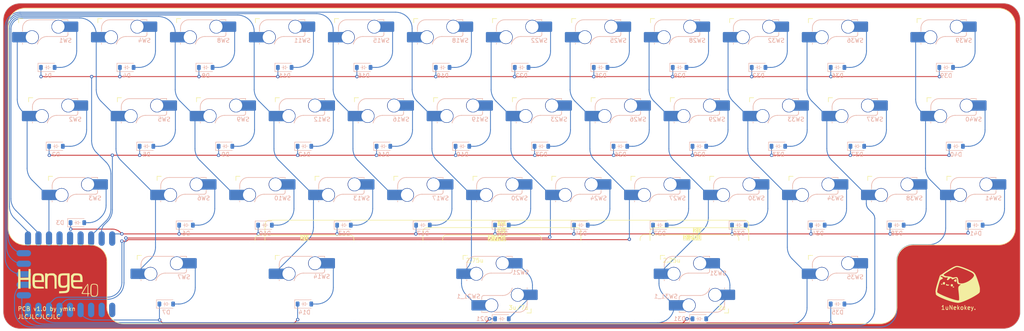
<source format=kicad_pcb>
(kicad_pcb (version 20221018) (generator pcbnew)
  (title_block (title "Henge40 PCB") (date "2024-10-06") (rev "v1.0") (company "@ymkn"))
  (layers (0 "F.Cu" signal) (31 "B.Cu" signal) (34 "B.Paste" user) (35 "F.Paste" user) (36 "B.SilkS" user "B.Silkscreen") (37 "F.SilkS" user "F.Silkscreen") (38 "B.Mask" user) (39 "F.Mask" user) (44 "Edge.Cuts" user))
  (net 0 "")
  (net 1 "Net-(D1-A)")
  (net 2 "Net-(D2-A)")
  (net 3 "Net-(D3-A)")
  (net 4 "Net-(D4-A)")
  (net 5 "Net-(D5-A)")
  (net 6 "ROW1")
  (net 7 "Net-(D6-A)")
  (net 8 "Net-(D7-A)")
  (net 9 "Net-(D8-A)")
  (net 10 "Net-(D9-A)")
  (net 11 "ROW2")
  (net 12 "Net-(D10-A)")
  (net 13 "Net-(D11-A)")
  (net 14 "Net-(D12-A)")
  (net 15 "Net-(D13-A)")
  (net 16 "ROW3")
  (net 17 "Net-(D14-A)")
  (net 18 "Net-(D15-A)")
  (net 19 "Net-(D16-A)")
  (net 20 "Net-(D17-A)")
  (net 21 "Net-(D18-A)")
  (net 22 "Net-(D19-A)")
  (net 23 "Net-(D20-A)")
  (net 24 "COL0")
  (net 25 "COL1")
  (net 26 "COL2")
  (net 27 "COL3")
  (net 28 "COL4")
  (net 31 "ROW0")
  (net 32 "GND")
  (net 33 "Net-(D21-A)")
  (net 34 "Net-(D22-A)")
  (net 35 "Net-(D23-A)")
  (net 36 "Net-(D24-A)")
  (net 37 "Net-(D25-A)")
  (net 38 "Net-(D26-A)")
  (net 39 "Net-(D27-A)")
  (net 40 "Net-(D28-A)")
  (net 41 "Net-(D29-A)")
  (net 42 "Net-(D30-A)")
  (net 43 "Net-(D31-A)")
  (net 44 "Net-(D32-A)")
  (net 45 "Net-(D33-A)")
  (net 46 "Net-(D34-A)")
  (net 47 "Net-(D35-A)")
  (net 48 "Net-(D36-A)")
  (net 49 "Net-(D37-A)")
  (net 50 "Net-(D38-A)")
  (net 51 "Net-(D39-A)")
  (net 52 "Net-(D40-A)")
  (net 54 "COL5")
  (net 55 "COL6")
  (net 56 "COL7")
  (net 57 "COL8")
  (net 58 "COL9")
  (net 59 "COL10")
  (net 60 "COL11")
  (net 62 "Net-(D41-A)")
  (footprint "PCM_marbastlib-mx:STAB_MX_2u" (layer "F.Cu") (at 166.6875 114.3 180)
    (fp_text reference "REF**" hide)
    (fp_text value "STAB_MX_2u")
  )
  (footprint "PCM_marbastlib-mx:STAB_MX_7u" (layer "F.Cu") (at 214.3125 114.3 180)
    (fp_text reference "REF**" hide)
    (fp_text value "STAB_MX_7u")
  )
  (footprint "henge40_logo:henge40_logotype" (layer "F.Cu") (at 107.25 113.925)
    (fp_text reference "" hide)
    (fp_text value "" hide)
  )
  (footprint "PCM_marbastlib-mx:STAB_MX_2.75u" (layer "F.Cu") (at 211.931348 114.300056 180)
    (fp_text reference "REF**" hide)
    (fp_text value "STAB_MX_2.75u")
  )
  (footprint "PCM_marbastlib-mx:STAB_MX_2.25u" (layer "F.Cu") (at 259.556388 114.300056 180)
    (fp_text reference "REF**" hide)
    (fp_text value "STAB_MX_2.25u")
  )
  (footprint "PCM_marbastlib-mx:STAB_MX_3u" (layer "F.Cu") (at 214.3125 114.3 180)
    (fp_text reference "REF**" hide)
    (fp_text value "STAB_MX_3u")
  )
  (footprint "ymknlogo:1unekokey" (layer "F.Cu") (at 324.084042 114.226416)
    (fp_text reference "" hide)
    (fp_text value "" hide)
  )
  (footprint "PCM_marbastlib-mx:STAB_MX_2u" (layer "F.Cu") (at 261.93764 114.300056 180)
    (fp_text reference "REF**" hide)
    (fp_text value "STAB_MX_2u")
  )
  (footprint "PCM_marbastlib-mx:SW_MX_HS_CPG151101S11_1u" (layer "B.Cu") (at 259.556388 114.300056 180)
    (fp_text reference "SW31")
    (fp_text value "SW_Push")
  )
  (footprint "ymknlib_Various:D_SOD-123" (layer "B.Cu") (at 214.3126 100.012544)
    (fp_text reference "D20")
    (fp_text value "1N4148W")
  )
  (footprint "ymknlib_Various:D_SOD-123" (layer "B.Cu") (at 219.075104 61.912512)
    (fp_text reference "D22")
    (fp_text value "1N4148W")
  )
  (footprint "ymknlib_Various:D_SOD-123" (layer "B.Cu") (at 271.462648 100.012544)
    (fp_text reference "D30")
    (fp_text value "1N4148W")
  )
  (footprint "PCM_marbastlib-mx:SW_MX_HS_CPG151101S11_1u" (layer "B.Cu") (at 123.825 57.15 180)
    (fp_text reference "SW4")
    (fp_text value "SW_Push")
  )
  (footprint "PCM_marbastlib-mx:SW_MX_HS_CPG151101S11_1.5u" (layer "B.Cu") (at 295.275 114.3 180)
    (fp_text reference "SW35")
    (fp_text value "SW_Push")
  )
  (footprint "ymknlib_Various:D_SOD-123" (layer "B.Cu") (at 261.93764 122.634438)
    (fp_text reference "D31")
    (fp_text value "1N4148W")
  )
  (footprint "PCM_marbastlib-mx:SW_MX_HS_CPG151101S11_1u" (layer "B.Cu") (at 214.3125 95.25 180)
    (fp_text reference "SW20")
    (fp_text value "SW_Push")
  )
  (footprint "PCM_marbastlib-mx:SW_MX_HS_CPG151101S11_1.75u" (layer "B.Cu") (at 111.91875 95.25 180)
    (fp_text reference "SW3")
    (fp_text value "SW_Push")
  )
  (footprint "ymknlib_Various:D_SOD-123" (layer "B.Cu") (at 166.68756 119.06256)
    (fp_text reference "D14")
    (fp_text value "1N4148W")
  )
  (footprint "ymknlib_Various:D_SOD-123" (layer "B.Cu") (at 111.918764 99.417231)
    (fp_text reference "D3")
    (fp_text value "1N4148W")
  )
  (footprint "PCM_marbastlib-mx:SW_MX_HS_CPG151101S11_1u" (layer "B.Cu") (at 261.9375 76.2 180)
    (fp_text reference "SW29")
    (fp_text value "SW_Push")
  )
  (footprint "PCM_marbastlib-mx:SW_MX_HS_CPG151101S11_1u" (layer "B.Cu") (at 328.6125 95.25 180)
    (fp_text reference "SW41")
    (fp_text value "SW_Push")
  )
  (footprint "PCM_marbastlib-mx:SW_MX_HS_CPG151101S11_1u" (layer "B.Cu") (at 147.6375 76.2 180)
    (fp_text reference "SW9")
    (fp_text value "SW_Push")
  )
  (footprint "ymknlib_Various:D_SOD-123" (layer "B.Cu") (at 157.162552 100.012544)
    (fp_text reference "D10")
    (fp_text value "1N4148W")
  )
  (footprint "ymknlib_Various:D_SOD-123" (layer "B.Cu") (at 295.275168 119.06256)
    (fp_text reference "D35")
    (fp_text value "1N4148W")
  )
  (footprint "PCM_marbastlib-mx:SW_MX_HS_CPG151101S11_1u" (layer "B.Cu") (at 180.975 57.15 180)
    (fp_text reference "SW15")
    (fp_text value "SW_Push")
  )
  (footprint "ymknlib_Various:D_SOD-123" (layer "B.Cu") (at 238.12512 61.912512)
    (fp_text reference "D25")
    (fp_text value "1N4148W")
  )
  (footprint "PCM_marbastlib-mx:SW_MX_HS_CPG151101S11_1u" (layer "B.Cu") (at 161.925 57.15 180)
    (fp_text reference "SW11")
    (fp_text value "SW_Push")
  )
  (footprint "ymknlib_Various:D_SOD-123" (layer "B.Cu") (at 180.975072 61.912512)
    (fp_text reference "D15")
    (fp_text value "1N4148W")
  )
  (footprint "ymknlib_Various:D_SOD-123" (layer "B.Cu") (at 233.362616 100.012544)
    (fp_text reference "D24")
    (fp_text value "1N4148W")
  )
  (footprint "ymknlib_Various:D_SOD-123" (layer "B.Cu") (at 321.46894 61.912512)
    (fp_text reference "D39")
    (fp_text value "1N4148W")
  )
  (footprint "ymknlib_Various:D_SOD-123" (layer "B.Cu") (at 295.275168 61.912512)
    (fp_text reference "D36")
    (fp_text value "1N4148W")
  )
  (footprint "PCM_marbastlib-mx:SW_MX_HS_CPG151101S11_1.5u" (layer "B.Cu") (at 323.85 76.2 180)
    (fp_text reference "SW40")
    (fp_text value "SW_Push")
  )
  (footprint "ymknlib_Various:D_SOD-123" (layer "B.Cu") (at 185.737576 80.962528)
    (fp_text reference "D16")
    (fp_text value "1N4148W")
  )
  (footprint "ymknlib_Various:D_SOD-123" (layer "B.Cu") (at 261.93764 80.962528)
    (fp_text reference "D29")
    (fp_text value "1N4148W")
  )
  (footprint "PCM_marbastlib-mx:SW_MX_HS_CPG151101S11_1u" (layer "B.Cu") (at 214.3125 114.3)
    (fp_text reference "SW21_1")
    (fp_text value "SW_Push")
  )
  (footprint "ymknlib_Various:D_SOD-123" (layer "B.Cu") (at 161.925056 61.912512)
    (fp_text reference "D11")
    (fp_text value "1N4148W")
  )
  (footprint "ymknlib_Various:D_SOD-123" (layer "B.Cu") (at 133.350032 119.06256)
    (fp_text reference "D7")
    (fp_text value "1N4148W")
  )
  (footprint "PCM_marbastlib-mx:SW_MX_HS_CPG151101S11_1u" (layer "B.Cu") (at 219.075 57.15 180)
    (fp_text reference "SW22")
    (fp_text value "SW_Push")
  )
  (footprint "PCM_marbastlib-mx:SW_MX_HS_CPG151101S11_1u" (layer "B.Cu") (at 276.225 57.15 180)
    (fp_text reference "SW32")
    (fp_text value "SW_Push")
  )
  (footprint "ymknlib_Various:D_SOD-123" (layer "B.Cu") (at 128.587528 80.962528)
    (fp_text reference "D5")
    (fp_text value "1N4148W")
  )
  (footprint "PCM_marbastlib-mx:SW_MX_HS_CPG151101S11_1u" (layer "B.Cu") (at 261.93764 114.300056)
    (fp_text reference "SW31_1")
    (fp_text value "SW_Push")
  )
  (footprint "PCM_marbastlib-mx:SW_MX_HS_CPG151101S11_1u" (layer "B.Cu") (at 128.5875 76.2 180)
    (fp_text reference "SW5")
    (fp_text value "SW_Push")
  )
  (footprint "ymknlib_Various:D_SOD-123" (layer "B.Cu") (at 138.112536 100.012544)
    (fp_text reference "D6")
    (fp_text value "1N4148W")
  )
  (footprint "PCM_marbastlib-mx:SW_MX_HS_CPG151101S11_1.25u" (layer "B.Cu") (at 107.15625 76.2 180)
    (fp_text reference "SW2")
    (fp_text value "SW_Push")
  )
  (footprint "PCM_marbastlib-mx:SW_MX_HS_CPG151101S11_1u" (layer "B.Cu") (at 238.125 57.15 180)
    (fp_text reference "SW25")
    (fp_text value "SW_Push")
  )
  (footprint "ymknlib_Various:D_SOD-123" (layer "B.Cu") (at 214.3126 122.634438)
    (fp_text reference "D21")
    (fp_text value "1N4148W")
  )
  (footprint "ymknlib_Various:D_SOD-123" (layer "B.Cu") (at 309.56268 100.012544)
    (fp_text reference "D38")
    (fp_text value "1N4148W")
  )
  (footprint "ymknlib_Various:D_SOD-123" (layer "B.Cu") (at 300.037672 80.962528)
    (fp_text reference "D37")
    (fp_text value "1N4148W")
  )
  (footprint "PCM_marbastlib-mx:SW_MX_HS_CPG151101S11_1u" (layer "B.Cu") (at 233.3625 95.25 180)
    (fp_text reference "SW24")
    (fp_text value "SW_Push")
  )
  (footprint "PCM_marbastlib-mx:SW_MX_HS_CPG151101S11_1.75u" (layer "B.Cu") (at 321.46875 57.15 180)
    (fp_text reference "SW39")
    (fp_text value "SW_Push")
  )
  (footprint "ymknlib_Various:D_SOD-123" (layer "B.Cu") (at 280.987656 80.962528)
    (fp_text reference "D33")
    (fp_text value "1N4148W")
  )
  (footprint "ymknlib_Various:D_SOD-123" (layer "B.Cu") (at 276.225152 61.912512)
    (fp_text reference "D32")
    (fp_text value "1N4148W")
  )
  (footprint "ymknlib_Various:D_SOD-123" (layer "B.Cu") (at 195.262584 100.012544)
    (fp_text reference "D17")
    (fp_text value "1N4148W")
  )
  (footprint "PCM_marbastlib-mx:SW_MX_HS_CPG151101S11_1u" (layer "B.Cu") (at 257.175 57.15 180)
    (fp_text reference "SW28")
    (fp_text value "SW_Push")
  )
  (footprint "ymknlib_Various:D_SOD-123" (layer "B.Cu") (at 176.212568 100.012544)
    (fp_text reference "D13")
    (fp_text value "1N4148W")
  )
  (footprint "ymknlib_Various:D_SOD-123" (layer "B.Cu") (at 252.412632 100.012544)
    (fp_text reference "D27")
    (fp_text value "1N4148W")
  )
  (footprint "PCM_marbastlib-mx:SW_MX_HS_CPG151101S11_1u" (layer "B.Cu") (at 138.1125 95.25 180)
    (fp_text reference "SW6")
    (fp_text value "SW_Push")
  )
  (footprint "PCM_marbastlib-mx:SW_MX_HS_CPG151101S11_1u" (layer "B.Cu") (at 195.2625 95.25 180)
    (fp_text reference "SW17")
    (fp_text value "SW_Push")
  )
  (footprint "PCM_marbastlib-mx:SW_MX_HS_CPG151101S11_1u" (layer "B.Cu") (at 176.2125 95.25 180)
    (fp_text reference "SW13")
    (fp_text value "SW_Push")
  )
  (footprint "ymknlib_Various:D_SOD-123" (layer "B.Cu") (at 200.025088 61.912512)
    (fp_text reference "D18")
    (fp_text value "1N4148W")
  )
  (footprint "PCM_marbastlib-mx:SW_MX_HS_CPG151101S11_1u" (layer "B.Cu") (at 223.8375 76.2 180)
    (fp_text reference "SW23")
    (fp_text value "SW_Push")
  )
  (footprint "PCM_marbastlib-mx:SW_MX_HS_CPG151101S11_1u" (layer "B.Cu") (at 295.275 57.15 180)
    (fp_text reference "SW36")
    (fp_text value "SW_Push")
  )
  (footprint "PCM_marbastlib-mx:SW_MX_HS_CPG151101S11_1u" (layer "B.Cu") (at 166.6875 114.300056 180)
    (fp_text reference "SW14")
    (fp_text value "SW_Push")
  )
  (footprint "ymknlib_Various:D_SOD-123" (layer "B.Cu") (at 290.512664 100.012544)
    (fp_text reference "D34")
    (fp_text value "1N4148W")
  )
  (footprint "PCM_marbastlib-mx:SW_MX_HS_CPG151101S11_1u" (layer "B.Cu") (at 271.4625 95.25 180)
    (fp_text reference "SW30")
    (fp_text value "SW_Push")
  )
  (footprint "ymknlib_Various:D_SOD-123" (layer "B.Cu") (at 323.850192 80.962528)
    (fp_text reference "D40")
    (fp_text value "1N4148W")
  )
  (footprint "PCM_marbastlib-mx:SW_MX_HS_CPG151101S11_1u" (layer "B.Cu") (at 104.775 57.15 180)
    (fp_text reference "SW1")
    (fp_text value "SW_Push")
  )
  (footprint "PCM_marbastlib-mx:SW_MX_HS_CPG151101S11_1u" (layer "B.Cu") (at 204.7875 76.2 180)
    (fp_text reference "SW19")
    (fp_text value "SW_Push")
  )
  (footprint "PCM_marbastlib-mx:SW_MX_HS_CPG151101S11_1u" (layer "B.Cu") (at 200.025 57.15 180)
    (fp_text reference "SW18")
    (fp_text value "SW_Push")
  )
  (footprint "ymknlib_Various:D_SOD-123" (layer "B.Cu") (at 223.837608 80.962528)
    (fp_text reference "D23")
    (fp_text value "1N4148W")
  )
  (footprint "ymknlib_Various:D_SOD-123" (layer "B.Cu") (at 328.612696 100.012544)
    (fp_text reference "D41")
    (fp_text value "1N4148W")
  )
  (footprint "ymknlib_Waveshare_RP2040-Zero:Waveshare_RP2040-Zero_SMD" (layer "B.Cu") (at 110.15 111.875 90)
    (fp_text reference "U1" hide)
    (fp_text value "rp2040-tiny" hide)
  )
  (footprint "PCM_marbastlib-mx:SW_MX_HS_CPG151101S11_1u" (layer "B.Cu") (at 157.1625 95.25 180)
    (fp_text reference "SW10")
    (fp_text value "SW_Push")
  )
  (footprint "PCM_marbastlib-mx:SW_MX_HS_CPG151101S11_1u" (layer "B.Cu") (at 252.4125 95.25 180)
    (fp_text reference "SW27")
    (fp_text value "SW_Push")
  )
  (footprint "PCM_marbastlib-mx:SW_MX_HS_CPG151101S11_1u" (layer "B.Cu") (at 242.8875 76.2 180)
    (fp_text reference "SW26")
    (fp_text value "SW_Push")
  )
  (footprint "PCM_marbastlib-mx:SW_MX_HS_CPG151101S11_1u" (layer "B.Cu") (at 185.7375 76.2 180)
    (fp_text reference "SW16")
    (fp_text value "SW_Push")
  )
  (footprint "PCM_marbastlib-mx:SW_MX_HS_CPG151101S11_1.5u" (layer "B.Cu") (at 133.350032 114.3 180)
    (fp_text reference "SW7")
    (fp_text value "SW_Push")
  )
  (footprint "ymknlib_Various:D_SOD-123" (layer "B.Cu") (at 204.787592 80.962528)
    (fp_text reference "D19")
    (fp_text value "1N4148W")
  )
  (footprint "ymknlib_Various:D_SOD-123" (layer "B.Cu") (at 142.87504 61.912512)
    (fp_text reference "D8")
    (fp_text value "1N4148W")
  )
  (footprint "PCM_marbastlib-mx:SW_MX_HS_CPG151101S11_1u" (layer "B.Cu") (at 309.5625 95.25 180)
    (fp_text reference "SW38")
    (fp_text value "SW_Push")
  )
  (footprint "ymknlib_Various:D_SOD-123" (layer "B.Cu") (at 104.775008 61.912512)
    (fp_text reference "D1")
    (fp_text value "1N4148W")
  )
  (footprint "PCM_marbastlib-mx:SW_MX_HS_CPG151101S11_1u" (layer "B.Cu") (at 290.5125 95.25 180)
    (fp_text reference "SW34")
    (fp_text value "SW_Push")
  )
  (footprint "PCM_marbastlib-mx:SW_MX_HS_CPG151101S11_1u" (layer "B.Cu") (at 280.9875 76.2 180)
    (fp_text reference "SW33")
    (fp_text value "SW_Push")
  )
  (footprint "ymknlib_Various:D_SOD-123" (layer "B.Cu") (at 166.68756 80.962528)
    (fp_text reference "D12")
    (fp_text value "1N4148W")
  )
  (footprint "PCM_marbastlib-mx:SW_MX_HS_CPG151101S11_1u" (layer "B.Cu") (at 166.6875 76.2 180)
    (fp_text reference "SW12")
    (fp_text value "SW_Push")
  )
  (footprint "ymknlib_Various:D_SOD-123" (layer "B.Cu") (at 106.75 80.962528)
    (fp_text reference "D2")
    (fp_text value "1N4148W")
  )
  (footprint "ymknlib_Various:D_SOD-123" (layer "B.Cu") (at 242.887624 80.962528)
    (fp_text reference "D26")
    (fp_text value "1N4148W")
  )
  (footprint "PCM_marbastlib-mx:SW_MX_HS_CPG151101S11_1u" (layer "B.Cu") (at 142.875 57.15 180)
    (fp_text reference "SW8")
    (fp_text value "SW_Push")
  )
  (footprint "ymknlib_Various:D_SOD-123" (layer "B.Cu") (at 147.637544 80.962528)
    (fp_text reference "D9")
    (fp_text value "1N4148W")
  )
  (footprint "PCM_marbastlib-mx:SW_MX_HS_CPG151101S11_1u" (layer "B.Cu") (at 300.0375 76.2 180)
    (fp_text reference "SW37")
    (fp_text value "SW_Push")
  )
  (footprint "ymknlib_Various:D_SOD-123" (layer "B.Cu") (at 123.825024 61.912512)
    (fp_text reference "D4")
    (fp_text value "1N4148W")
  )
  (footprint "ymknlib_Various:D_SOD-123" (layer "B.Cu") (at 257.175136 61.912512)
    (fp_text reference "D28")
    (fp_text value "1N4148W")
  )
  (footprint "PCM_marbastlib-mx:SW_MX_HS_CPG151101S11_1u" (layer "B.Cu") (at 211.93125 114.3 180)
    (fp_text reference "SW21")
    (fp_text value "SW_Push")
  )
  (gr_arc (start 200.025088 103.393796) (mid 200.317981 102.686689) (end 201.025088 102.393796) (stroke (width 0.15)) (layer "F.SilkS"))
  (gr_line (start 338.137704 100.775048) (end 338.137704 51.625) (stroke (width 0.15)) (layer "F.SilkS"))
  (gr_line (start 288.25 50.125) (end 288.25 51.125) (stroke (width 0.15)) (layer "F.SilkS"))
  (gr_line (start 233.362616 101.607857) (end 233.362616 103.725) (stroke (width 0.15)) (layer "F.SilkS"))
  (gr_arc (start 309.56268 108.775048) (mid 310.734235 105.946583) (end 313.56268 104.775048) (stroke (width 0.15)) (layer "F.SilkS"))
  (gr_line (start 178.75 69.225) (end 178.75 70.225) (stroke (width 0.15)) (layer "F.SilkS"))
  (gr_arc (start 250.03138 101.625) (mid 250.324273 100.917889) (end 251.03138 100.625) (stroke (width 0.15)) (layer "F.SilkS"))
  (gr_line (start 273.8439 99.821918) (end 273.8439 103.725) (stroke (width 0.15)) (layer "F.SilkS"))
  (gr_arc (start 195.262584 101.607857) (mid 195.555491 100.900772) (end 196.262584 100.607857) (stroke (width 0.15)) (layer "F.SilkS"))
  (gr_line (start 274.05 69.225) (end 275.05 69.225) (stroke (width 0.15)) (layer "F.SilkS"))
  (gr_line (start 251.03138 100.625) (end 272.85 100.625) (stroke (width 0.15)) (layer "F.SilkS"))
  (gr_line (start 223.837608 103.393796) (end 223.837608 103.725) (stroke (width 0.15)) (layer "F.SilkS"))
  (gr_line (start 212.05 50.125) (end 213.05 50.125) (stroke (width 0.15)) (layer "F.SilkS"))
  (gr_line (start 135.85 50.125) (end 135.85 51.125) (stroke (width 0.15)) (layer "F.SilkS"))
  (gr_line (start 316.85 69.225) (end 317.85 69.225) (stroke (width 0.15)) (layer "F.SilkS"))
  (gr_line (start 126.35 107.325) (end 126.35 108.325) (stroke (width 0.15)) (layer "F.SilkS"))
  (gr_line (start 121.55 69.225) (end 121.55 70.225) (stroke (width 0.15)) (layer "F.SilkS"))
  (gr_arc (start 272.8439 98.821918) (mid 273.551007 99.114811) (end 273.8439 99.821918) (stroke (width 0.15)) (layer "F.SilkS"))
  (gr_line (start 131.15 88.225) (end 132.15 88.225) (stroke (width 0.15)) (layer "F.SilkS"))
  (gr_line (start 159.65 69.225) (end 159.65 70.225) (stroke (width 0.15)) (layer "F.SilkS"))
  (gr_arc (start 247.650128 103.325) (mid 247.943038 102.617931) (end 248.650128 102.325) (stroke (width 0.15)) (layer "F.SilkS"))
  (gr_line (start 321.65 88.225) (end 322.65 88.225) (stroke (width 0.15)) (layer "F.SilkS"))
  (gr_line (start 159.65 107.325) (end 160.65 107.325) (stroke (width 0.15)) (layer "F.SilkS"))
  (gr_line (start 235.85 69.225) (end 236.85 69.225) (stroke (width 0.15)) (layer "F.SilkS"))
  (gr_line (start 252.55 107.325) (end 252.55 108.325) (stroke (width 0.15)) (layer "F.SilkS"))
  (gr_line (start 154.85 50.125) (end 154.85 51.125) (stroke (width 0.15)) (layer "F.SilkS"))
  (gr_line (start 173.95 50.125) (end 173.95 51.125) (stroke (width 0.15)) (layer "F.SilkS"))
  (gr_line (start 155.7813 102.393796) (end 177.59382 102.393796) (stroke (width 0.15)) (layer "F.SilkS"))
  (gr_line (start 314.45 50.125) (end 314.45 51.125) (stroke (width 0.15)) (layer "F.SilkS"))
  (gr_line (start 293.05 69.225) (end 294.05 69.225) (stroke (width 0.15)) (layer "F.SilkS"))
  (gr_line (start 302.55 88.225) (end 303.55 88.225) (stroke (width 0.15)) (layer "F.SilkS"))
  (gr_line (start 252.55 107.325) (end 253.55 107.325) (stroke (width 0.15)) (layer "F.SilkS"))
  (gr_line (start 169.25 88.225) (end 169.25 89.225) (stroke (width 0.15)) (layer "F.SilkS"))
  (gr_arc (start 154.7813 103.393796) (mid 155.074193 102.686689) (end 155.7813 102.393796) (stroke (width 0.15)) (layer "F.SilkS"))
  (gr_line (start 268.95 121.225) (end 268.95 120.225) (stroke (width 0.15)) (layer "F.SilkS"))
  (gr_line (start 135.85 50.125) (end 136.85 50.125) (stroke (width 0.15)) (layer "F.SilkS"))
  (gr_line (start 268.95 121.225) (end 267.95 121.225) (stroke (width 0.15)) (layer "F.SilkS"))
  (gr_line (start 309.56268 119.825064) (end 309.56268 108.775048) (stroke (width 0.15)) (layer "F.SilkS"))
  (gr_arc (start 95.25 51.625) (mid 96.421573 48.796573) (end 99.25 47.625) (stroke (width 0.15)) (layer "F.SilkS"))
  (gr_line (start 140.65 69.225) (end 140.65 70.225) (stroke (width 0.15)) (layer "F.SilkS"))
  (gr_line (start 248.65 102.325) (end 270.45 102.325) (stroke (width 0.15)) (layer "F.SilkS"))
  (gr_line (start 188.25 88.225) (end 189.25 88.225) (stroke (width 0.15)) (layer "F.SilkS"))
  (gr_line (start 99.25 104.775048) (end 115.06252 104.775048) (stroke (width 0.15)) (layer "F.SilkS"))
  (gr_line (start 154.7813 103.725) (end 154.7813 103.393796) (stroke (width 0.15)) (layer "F.SilkS"))
  (gr_arc (start 177.59382 102.393796) (mid 178.300915 102.686696) (end 178.59382 103.393796) (stroke (width 0.15)) (layer "F.SilkS"))
  (gr_line (start 288.25 107.325) (end 288.25 108.325) (stroke (width 0.15)) (layer "F.SilkS"))
  (gr_arc (start 123.06252 123.825064) (mid 120.234093 122.653491) (end 119.06252 119.825064) (stroke (width 0.15)) (layer "F.SilkS"))
  (gr_line (start 159.65 107.325) (end 159.65 108.325) (stroke (width 0.15)) (layer "F.SilkS"))
  (gr_line (start 254.95 69.225) (end 254.95 70.225) (stroke (width 0.15)) (layer "F.SilkS"))
  (gr_arc (start 272.85 100.625) (mid 273.557077 100.91791) (end 273.85 101.625) (stroke (width 0.15)) (layer "F.SilkS"))
  (gr_line (start 100.15 69.225) (end 101.15 69.225) (stroke (width 0.15)) (layer "F.SilkS"))
  (gr_line (start 197.85 69.225) (end 198.85 69.225) (stroke (width 0.15)) (layer "F.SilkS"))
  (gr_line (start 226.35 88.225) (end 227.35 88.225) (stroke (width 0.15)) (layer "F.SilkS"))
  (gr_line (start 173.95 50.125) (end 174.95 50.125) (stroke (width 0.15)) (layer "F.SilkS"))
  (gr_line (start 119.06252 108.775048) (end 119.06252 119.825064) (stroke (width 0.15)) (layer "F.SilkS"))
  (gr_line (start 196.262584 100.607857) (end 232.362616 100.607857) (stroke (width 0.15)) (layer "F.SilkS"))
  (gr_line (start 116.85 50.125) (end 116.85 51.125) (stroke (width 0.15)) (layer "F.SilkS"))
  (gr_line (start 100.15 69.225) (end 100.15 70.225) (stroke (width 0.15)) (layer "F.SilkS"))
  (gr_line (start 221.35 121.225) (end 221.35 120.225) (stroke (width 0.15)) (layer "F.SilkS"))
  (gr_arc (start 232.362616 100.607857) (mid 233.069723 100.90075) (end 233.362616 101.607857) (stroke (width 0.15)) (layer "F.SilkS"))
  (gr_line (start 273.85 103.393796) (end 273.85 103.725) (stroke (width 0.15)) (layer "F.SilkS"))
  (gr_line (start 197.85 69.225) (end 197.85 70.225) (stroke (width 0.15)) (layer "F.SilkS"))
  (gr_line (start 264.45 88.225) (end 265.45 88.225) (stroke (width 0.15)) (layer "F.SilkS"))
  (gr_line (start 313.56268 104.775048) (end 334.137704 104.775048) (stroke (width 0.15)) (layer "F.SilkS"))
  (gr_arc (start 157.162552 99.821918) (mid 157.455445 99.114811) (end 158.162552 98.821918) (stroke (width 0.15)) (layer "F.SilkS"))
  (gr_line (start 247.650128 103.725) (end 247.650128 103.325) (stroke (width 0.15)) (layer "F.SilkS"))
  (gr_line (start 274.05 69.225) (end 274.05 70.225) (stroke (width 0.15)) (layer "F.SilkS"))
  (gr_line (start 216.85 69.225) (end 217.85 69.225) (stroke (width 0.15)) (layer "F.SilkS"))
  (gr_line (start 254.95 69.225) (end 255.95 69.225) (stroke (width 0.15)) (layer "F.SilkS"))
  (gr_line (start 271.45 103.325) (end 271.45 103.725) (stroke (width 0.15)) (layer "F.SilkS"))
  (gr_line (start 316.85 69.225) (end 316.85 70.225) (stroke (width 0.15)) (layer "F.SilkS"))
  (gr_line (start 283.55 88.225) (end 284.55 88.225) (stroke (width 0.15)) (layer "F.SilkS"))
  (gr_line (start 126.35 107.325) (end 127.35 107.325) (stroke (width 0.15)) (layer "F.SilkS"))
  (gr_line (start 269.25 50.125) (end 269.25 51.125) (stroke (width 0.15)) (layer "F.SilkS"))
  (gr_arc (start 334.137704 47.625) (mid 336.966131 48.796573) (end 338.137704 51.625) (stroke (width 0.15)) (layer "F.SilkS"))
  (gr_arc (start 99.25 104.775048) (mid 96.421574 103.603475) (end 95.25 100.775048) (stroke (width 0.15)) (layer "F.SilkS"))
  (gr_arc (start 309.56268 119.825064) (mid 308.391119 122.653507) (end 305.56268 123.825064) (stroke (width 0.15)) (layer "F.SilkS"))
  (gr_line (start 121.55 69.225) (end 122.55 69.225) (stroke (width 0.15)) (layer "F.SilkS"))
  (gr_line (start 195.262584 103.725) (end 195.262584 101.607857) (stroke (width 0.15)) (layer "F.SilkS"))
  (gr_arc (start 338.137704 100.775048) (mid 336.966114 103.603446) (end 334.137704 104.775048) (stroke (width 0.15)) (layer "F.SilkS"))
  (gr_line (start 123.06252 123.825064) (end 305.56268 123.825064) (stroke (width 0.15)) (layer "F.SilkS"))
  (gr_line (start 314.45 50.125) (end 315.45 50.125) (stroke (width 0.15)) (layer "F.SilkS"))
  (gr_line (start 140.65 69.225) (end 141.65 69.225) (stroke (width 0.15)) (layer "F.SilkS"))
  (gr_line (start 193.05 50.125) (end 193.05 51.125) (stroke (width 0.15)) (layer "F.SilkS"))
  (gr_line (start 293.05 69.225) (end 293.05 70.225) (stroke (width 0.15)) (layer "F.SilkS"))
  (gr_arc (start 222.837608 102.393796) (mid 223.544715 102.686689) (end 223.837608 103.393796) (stroke (width 0.15)) (layer "F.SilkS"))
  (gr_line (start 159.65 69.225) (end 160.65 69.225) (stroke (width 0.15)) (layer "F.SilkS"))
  (gr_line (start 188.25 88.225) (end 188.25 89.225) (stroke (width 0.15)) (layer "F.SilkS"))
  (gr_line (start 288.25 50.125) (end 289.25 50.125) (stroke (width 0.15)) (layer "F.SilkS"))
  (gr_line (start 193.05 50.125) (end 194.05 50.125) (stroke (width 0.15)) (layer "F.SilkS"))
  (gr_line (start 245.45 88.225) (end 246.45 88.225) (stroke (width 0.15)) (layer "F.SilkS"))
  (gr_line (start 131.15 88.225) (end 131.15 89.225) (stroke (width 0.15)) (layer "F.SilkS"))
  (gr_line (start 250.15 50.125) (end 250.15 51.125) (stroke (width 0.15)) (layer "F.SilkS"))
  (gr_line (start 97.75 50.125) (end 98.75 50.125) (stroke (width 0.15)) (layer "F.SilkS"))
  (gr_line (start 204.95 107.325) (end 204.95 108.325) (stroke (width 0.15)) (layer "F.SilkS"))
  (gr_line (start 104.95 88.225) (end 105.95 88.225) (stroke (width 0.15)) (layer "F.SilkS"))
  (gr_line (start 157.162552 103.725) (end 157.162552 99.821918) (stroke (width 0.15)) (layer "F.SilkS"))
  (gr_line (start 288.25 107.325) (end 289.25 107.325) (stroke (width 0.15)) (layer "F.SilkS"))
  (gr_line (start 334.137704 47.625) (end 99.25 47.625) (stroke (width 0.15)) (layer "F.SilkS"))
  (gr_line (start 95.25 51.625) (end 95.25 100.775048) (stroke (width 0.15)) (layer "F.SilkS"))
  (gr_line (start 97.75 50.125) (end 97.75 51.125) (stroke (width 0.15)) (layer "F.SilkS"))
  (gr_line (start 245.45 88.225) (end 245.45 89.225) (stroke (width 0.15)) (layer "F.SilkS"))
  (gr_line (start 302.55 88.225) (end 302.55 89.225) (stroke (width 0.15)) (layer "F.SilkS"))
  (gr_arc (start 270.45 102.325) (mid 271.157122 102.617891) (end 271.45 103.325) (stroke (width 0.15)) (layer "F.SilkS"))
  (gr_line (start 150.15 88.225) (end 151.15 88.225) (stroke (width 0.15)) (layer "F.SilkS"))
  (gr_line (start 231.15 50.125) (end 232.15 50.125) (stroke (width 0.15)) (layer "F.SilkS"))
  (gr_line (start 169.25 88.225) (end 170.25 88.225) (stroke (width 0.15)) (layer "F.SilkS"))
  (gr_line (start 154.85 50.125) (end 155.85 50.125) (stroke (width 0.15)) (layer "F.SilkS"))
  (gr_line (start 158.162552 98.821918) (end 272.8439 98.821918) (stroke (width 0.15)) (layer "F.SilkS"))
  (gr_line (start 104.95 88.225) (end 104.95 89.225) (stroke (width 0.15)) (layer "F.SilkS"))
  (gr_line (start 207.35 88.225) (end 208.35 88.225) (stroke (width 0.15)) (layer "F.SilkS"))
  (gr_line (start 250.03138 103.725) (end 250.03138 101.625) (stroke (width 0.15)) (layer "F.SilkS"))
  (gr_line (start 212.05 50.125) (end 212.05 51.125) (stroke (width 0.15)) (layer "F.SilkS"))
  (gr_arc (start 115.06252 104.775048) (mid 117.890947 105.946621) (end 119.06252 108.775048) (stroke (width 0.15)) (layer "F.SilkS"))
  (gr_line (start 235.85 69.225) (end 235.85 70.225) (stroke (width 0.15)) (layer "F.SilkS"))
  (gr_line (start 321.65 88.225) (end 321.65 89.225) (stroke (width 0.15)) (layer "F.SilkS"))
  (gr_line (start 116.85 50.125) (end 117.85 50.125) (stroke (width 0.15)) (layer "F.SilkS"))
  (gr_line (start 201.025088 102.393796) (end 222.837608 102.393796) (stroke (width 0.15)) (layer "F.SilkS"))
  (gr_line (start 178.59382 103.393796) (end 178.59382 103.725) (stroke (width 0.15)) (layer "F.SilkS"))
  (gr_line (start 269.25 50.125) (end 270.25 50.125) (stroke (width 0.15)) (layer "F.SilkS"))
  (gr_line (start 216.85 69.225) (end 216.85 70.225) (stroke (width 0.15)) (layer "F.SilkS"))
  (gr_line (start 250.15 50.125) (end 251.15 50.125) (stroke (width 0.15)) (layer "F.SilkS"))
  (gr_line (start 150.15 88.225) (end 150.15 89.225) (stroke (width 0.15)) (layer "F.SilkS"))
  (gr_line (start 264.45 88.225) (end 264.45 89.225) (stroke (width 0.15)) (layer "F.SilkS"))
  (gr_line (start 283.55 88.225) (end 283.55 89.225) (stroke (width 0.15)) (layer "F.SilkS"))
  (gr_line (start 207.35 88.225) (end 207.35 89.225) (stroke (width 0.15)) (layer "F.SilkS"))
  (gr_line (start 178.75 69.225) (end 179.75 69.225) (stroke (width 0.15)) (layer "F.SilkS"))
  (gr_line (start 226.35 88.225) (end 226.35 89.225) (stroke (width 0.15)) (layer "F.SilkS"))
  (gr_line (start 231.15 50.125) (end 231.15 51.125) (stroke (width 0.15)) (layer "F.SilkS"))
  (gr_line (start 200.025088 103.725) (end 200.025088 103.393796) (stroke (width 0.15)) (layer "F.SilkS"))
  (gr_line (start 221.35 121.225) (end 220.35 121.225) (stroke (width 0.15)) (layer "F.SilkS"))
  (gr_line (start 204.95 107.325) (end 205.95 107.325) (stroke (width 0.15)) (layer "F.SilkS"))
  (gr_line (start 98.059374 46.434374) (end 335.32833 46.434374) (stroke (width 0.1)) (layer "Edge.Cuts"))
  (gr_arc (start 98.059374 125.01569) (mid 95.230967 123.844107) (end 94.059374 121.01569) (stroke (width 0.1)) (layer "Edge.Cuts"))
  (gr_arc (start 335.32833 46.434374) (mid 338.156747 47.605956) (end 339.32833 50.434374) (stroke (width 0.1)) (layer "Edge.Cuts"))
  (gr_arc (start 94.059374 50.434374) (mid 95.230947 47.605947) (end 98.059374 46.434374) (stroke (width 0.1)) (layer "Edge.Cuts"))
  (gr_arc (start 339.32833 121.01569) (mid 338.156757 123.844117) (end 335.32833 125.01569) (stroke (width 0.1)) (layer "Edge.Cuts"))
  (gr_line (start 94.059374 121.01569) (end 94.059374 50.434374) (stroke (width 0.1)) (layer "Edge.Cuts"))
  (gr_line (start 335.32833 125.01569) (end 98.059374 125.01569) (stroke (width 0.1)) (layer "Edge.Cuts"))
  (gr_line (start 339.32833 50.434374) (end 339.32833 121.01569) (stroke (width 0.1)) (layer "Edge.Cuts"))
  (gr_text "2.75u" (at 205.55 109.125) (layer "F.SilkS") (effects (font (size 1 1)) (justify left bottom)))
  (gr_text "JLCJLCJLCJLC" (at 97.45 122.725) (layer "F.SilkS") (effects (font (size 1 1)) (justify left bottom)))
  (gr_text "3U" (at 215.45 101.925) (layer "F.SilkS" knockout) (effects (font (size 1 1)) (justify right bottom)))
  (gr_text "7U" (at 215.45 100.125) (layer "F.SilkS" knockout) (effects (font (size 1 1)) (justify right bottom)))
  (gr_text "1uNekokey." (at 320.15 120.525) (layer "F.SilkS") (effects (font (size 1 1)) (justify left bottom)))
  (gr_text "2.25U" (at 262.55 103.625) (layer "F.SilkS" knockout) (effects (font (size 1 1)) (justify right bottom)))
  (gr_text "2U" (at 165.65 103.725) (layer "F.SilkS" knockout) (effects (font (size 1 1)) (justify left bottom)))
  (gr_text "PCB v1.0 by ymkn" (at 97.45 120.825) (layer "F.SilkS") (effects (font (size 1 1)) (justify left bottom)))
  (gr_text "2.75U" (at 215.45 103.825) (layer "F.SilkS" knockout) (effects (font (size 1 1)) (justify right bottom)))
  (gr_text "2.25u" (at 253.05 109.125) (layer "F.SilkS") (effects (font (size 1 1)) (justify left bottom)))
  (gr_text "2u" (at 266.35 120.525) (layer "F.SilkS") (effects (font (size 1 1)) (justify left bottom)))
  (gr_text "2U" (at 262.55 101.925) (layer "F.SilkS" knockout) (effects (font (size 1 1)) (justify right bottom)))
  (gr_text "3u/7u" (at 215.85 120.525) (layer "F.SilkS") (effects (font (size 1 1)) (justify left bottom)))
  (segment (start 111.75 52.955) (end 111.75 57.912512) (width 0.2) (layer "B.Cu") (net 1))
  (segment (start 107.75 61.912512) (end 106.425008 61.912512) (width 0.2) (layer "B.Cu") (net 1))
  (segment (start 110.865 52.07) (end 111.75 52.955) (width 0.2) (layer "B.Cu") (net 1))
  (arc (start 111.75 57.912512) (mid 110.578427 60.740939) (end 107.75 61.912512) (width 0.2) (layer "B.Cu") (net 1))
  (segment (start 114.15 72.02375) (end 113.24625 71.12) (width 0.2) (layer "B.Cu") (net 2))
  (segment (start 114.15 76.962528) (end 114.15 72.02375) (width 0.2) (layer "B.Cu") (net 2))
  (segment (start 108.4 80.962528) (end 110.15 80.962528) (width 0.2) (layer "B.Cu") (net 2))
  (arc (start 114.15 76.962528) (mid 112.978427 79.790955) (end 110.15 80.962528) (width 0.2) (layer "B.Cu") (net 2))
  (segment (start 113.568764 99.417231) (end 114.600915 99.417231) (width 0.2) (layer "B.Cu") (net 3))
  (segment (start 118.85 95.168146) (end 118.85 91.01125) (width 0.2) (layer "B.Cu") (net 3))
  (segment (start 118.85 91.01125) (end 118.00875 90.17) (width 0.2) (layer "B.Cu") (net 3))
  (segment (start 117.429342 98.245658) (end 117.678427 97.996573) (width 0.2) (layer "B.Cu") (net 3))
  (arc (start 117.429342 98.245658) (mid 116.131649 99.112749) (end 114.600915 99.417231) (width 0.2) (layer "B.Cu") (net 3))
  (arc (start 118.85 95.168146) (mid 118.545518 96.69888) (end 117.678427 97.996573) (width 0.2) (layer "B.Cu") (net 3))
  (segment (start 125.475024 61.912512) (end 126.75 61.912512) (width 0.2) (layer "B.Cu") (net 4))
  (segment (start 130.75 57.912512) (end 130.75 52.905) (width 0.2) (layer "B.Cu") (net 4))
  (segment (start 130.75 52.905) (end 129.915 52.07) (width 0.2) (layer "B.Cu") (net 4))
  (arc (start 126.75 61.912512) (mid 129.578427 60.740939) (end 130.75 57.912512) (width 0.2) (layer "B.Cu") (net 4))
  (segment (start 130.237528 80.962528) (end 131.55 80.962528) (width 0.2) (layer "B.Cu") (net 5))
  (segment (start 135.55 76.962528) (end 135.55 71.9925) (width 0.2) (layer "B.Cu") (net 5))
  (segment (start 135.55 71.9925) (end 134.6775 71.12) (width 0.2) (layer "B.Cu") (net 5))
  (arc (start 135.55 76.962528) (mid 134.378427 79.790955) (end 131.55 80.962528) (width 0.2) (layer "B.Cu") (net 5))
  (segment (start 126.95 83.125) (end 145.95 83.125) (width 0.2) (layer "F.Cu") (net 6))
  (segment (start 203.15 83.125) (end 222.25 83.125) (width 0.2) (layer "F.Cu") (net 6))
  (segment (start 165.05 83.125) (end 184.05 83.125) (width 0.2) (layer "F.Cu") (net 6))
  (segment (start 241.25 83.125) (end 260.25 83.125) (width 0.2) (layer "F.Cu") (net 6))
  (segment (start 222.25 83.125) (end 241.25 83.125) (width 0.2) (layer "F.Cu") (net 6))
  (segment (start 298.35 83.125) (end 322.15 83.125) (width 0.2) (layer "F.Cu") (net 6))
  (segment (start 184.05 83.125) (end 203.15 83.125) (width 0.2) (layer "F.Cu") (net 6))
  (segment (start 279.35 83.125) (end 298.35 83.125) (width 0.2) (layer "F.Cu") (net 6))
  (segment (start 105.15 83.125) (end 126.95 83.125) (width 0.2) (layer "F.Cu") (net 6))
  (segment (start 260.25 83.125) (end 279.35 83.125) (width 0.2) (layer "F.Cu") (net 6))
  (segment (start 145.95 83.125) (end 165.05 83.125) (width 0.2) (layer "F.Cu") (net 6))
  (via (at 120.35 83.125) (size 0.8) (drill 0.4) (layers "F.Cu" "B.Cu") (net 6))
  (via (at 222.25 83.125) (size 0.8) (drill 0.4) (layers "F.Cu" "B.Cu") (net 6))
  (via (at 203.15 83.125) (size 0.8) (drill 0.4) (layers "F.Cu" "B.Cu") (net 6))
  (via (at 126.95 83.125) (size 0.8) (drill 0.4) (layers "F.Cu" "B.Cu") (net 6))
  (via (at 184.05 83.125) (size 0.8) (drill 0.4) (layers "F.Cu" "B.Cu") (net 6))
  (via (at 298.35 83.125) (size 0.8) (drill 0.4) (layers "F.Cu" "B.Cu") (net 6))
  (via (at 105.15 83.125) (size 0.8) (drill 0.4) (layers "F.Cu" "B.Cu") (net 6))
  (via (at 279.35 83.125) (size 0.8) (drill 0.4) (layers "F.Cu" "B.Cu") (net 6))
  (via (at 241.25 83.125) (size 0.8) (drill 0.4) (layers "F.Cu" "B.Cu") (net 6))
  (via (at 322.15 83.125) (size 0.8) (drill 0.4) (layers "F.Cu" "B.Cu") (net 6))
  (via (at 260.25 83.125) (size 0.8) (drill 0.4) (layers "F.Cu" "B.Cu") (net 6))
  (via (at 165.05 83.125) (size 0.8) (drill 0.4) (layers "F.Cu" "B.Cu") (net 6))
  (via (at 145.95 83.125) (size 0.8) (drill 0.4) (layers "F.Cu" "B.Cu") (net 6))
  (segment (start 126.937528 83.112528) (end 126.95 83.125) (width 0.2) (layer "B.Cu") (net 6))
  (segment (start 322.200192 80.962528) (end 322.200192 83.074808) (width 0.2) (layer "B.Cu") (net 6))
  (segment (start 165.03756 80.962528) (end 165.03756 83.11256) (width 0.2) (layer "B.Cu") (net 6))
  (segment (start 105.1 83.075) (end 105.15 83.125) (width 0.2) (layer "B.Cu") (net 6))
  (segment (start 165.03756 83.11256) (end 165.05 83.125) (width 0.2) (layer "B.Cu") (net 6))
  (segment (start 322.200192 83.074808) (end 322.15 83.125) (width 0.2) (layer "B.Cu") (net 6))
  (segment (start 184.087576 80.962528) (end 184.087576 83.087424) (width 0.2) (layer "B.Cu") (net 6))
  (segment (start 184.087576 83.087424) (end 184.05 83.125) (width 0.2) (layer "B.Cu") (net 6))
  (segment (start 222.187608 80.962528) (end 222.187608 83.062608) (width 0.2) (layer "B.Cu") (net 6))
  (segment (start 119.178427 99.130013) (end 118.355786 99.952654) (width 0.2) (layer "B.Cu") (net 6))
  (segment (start 298.387672 80.962528) (end 298.387672 83.087328) (width 0.2) (layer "B.Cu") (net 6))
  (segment (start 117.77 101.366867) (end 117.77 101.917552) (width 0.2) (layer "B.Cu") (net 6))
  (segment (start 279.337656 80.962528) (end 279.337656 83.112656) (width 0.2) (layer "B.Cu") (net 6))
  (segment (start 145.987544 80.962528) (end 145.987544 83.087456) (width 0.2) (layer "B.Cu") (net 6))
  (segment (start 260.28764 83.08736) (end 260.25 83.125) (width 0.2) (layer "B.Cu") (net 6))
  (segment (start 279.337656 83.112656) (end 279.35 83.125) (width 0.2) (layer "B.Cu") (net 6))
  (segment (start 203.137592 83.112592) (end 203.15 83.125) (width 0.2) (layer "B.Cu") (net 6))
  (segment (start 203.137592 80.962528) (end 203.137592 83.112592) (width 0.2) (layer "B.Cu") (net 6))
  (segment (start 126.937528 80.962528) (end 126.937528 83.112528) (width 0.2) (layer "B.Cu") (net 6))
  (segment (start 105.1 80.962528) (end 105.1 83.075) (width 0.2) (layer "B.Cu") (net 6))
  (segment (start 298.387672 83.087328) (end 298.35 83.125) (width 0.2) (layer "B.Cu") (net 6))
  (segment (start 222.187608 83.062608) (end 222.25 83.125) (width 0.2) (layer "B.Cu") (net 6))
  (segment (start 145.987544 83.087456) (end 145.95 83.125) (width 0.2) (layer "B.Cu") (net 6))
  (segment (start 241.237624 80.962528) (end 241.237624 83.112624) (width 0.2) (layer "B.Cu") (net 6))
  (segment (start 260.28764 80.962528) (end 260.28764 83.08736) (width 0.2) (layer "B.Cu") (net 6))
  (segment (start 241.237624 83.112624) (end 241.25 83.125) (width 0.2) (layer "B.Cu") (net 6))
  (segment (start 120.35 83.125) (end 120.35 96.301586) (width 0.2) (layer "B.Cu") (net 6))
  (arc (start 117.77 101.366867) (mid 117.922241 100.6015) (end 118.355786 99.952654) (width 0.2) (layer "B.Cu") (net 6))
  (arc (start 120.35 96.301586) (mid 120.045518 97.83232) (end 119.178427 99.130013) (width 0.2) (layer "B.Cu") (net 6))
  (segment (start 145.05 91.0175) (end 144.2025 90.17) (width 0.2) (layer "B.Cu") (net 7))
  (segment (start 145.05 96.012544) (end 145.05 91.0175) (width 0.2) (layer "B.Cu") (net 7))
  (segment (start 139.762536 100.012544) (end 141.05 100.012544) (width 0.2) (layer "B.Cu") (net 7))
  (arc (start 141.05 100.012544) (mid 143.878427 98.840971) (end 145.05 96.012544) (width 0.2) (layer "B.Cu") (net 7))
  (segment (start 140.35 115.06256) (end 140.35 110.129968) (width 0.2) (layer "B.Cu") (net 8))
  (segment (start 135.000032 119.06256) (end 136.35 119.06256) (width 0.2) (layer "B.Cu") (net 8))
  (segment (start 140.35 110.129968) (end 139.440032 109.22) (width 0.2) (layer "B.Cu") (net 8))
  (arc (start 136.35 119.06256) (mid 139.178427 117.890987) (end 140.35 115.06256) (width 0.2) (layer "B.Cu") (net 8))
  (segment (start 149.85 57.912512) (end 149.85 52.955) (width 0.2) (layer "B.Cu") (net 9))
  (segment (start 149.85 52.955) (end 148.965 52.07) (width 0.2) (layer "B.Cu") (net 9))
  (segment (start 144.52504 61.912512) (end 145.85 61.912512) (width 0.2) (layer "B.Cu") (net 9))
  (arc (start 145.85 61.912512) (mid 148.678427 60.740939) (end 149.85 57.912512) (width 0.2) (layer "B.Cu") (net 9))
  (segment (start 150.65 80.962528) (end 149.287544 80.962528) (width 0.2) (layer "B.Cu") (net 10))
  (segment (start 154.65 72.0425) (end 154.65 76.962528) (width 0.2) (layer "B.Cu") (net 10))
  (segment (start 153.7275 71.12) (end 154.65 72.0425) (width 0.2) (layer "B.Cu") (net 10))
  (arc (start 154.65 76.962528) (mid 153.478427 79.790955) (end 150.65 80.962528) (width 0.2) (layer "B.Cu") (net 10))
  (segment (start 155.55 102.125) (end 174.55 102.125) (width 0.2) (layer "F.Cu") (net 11))
  (segment (start 212.65 102.125) (end 231.65 102.125) (width 0.2) (layer "F.Cu") (net 11))
  (segment (start 288.85 102.125) (end 307.95 102.125) (width 0.2) (layer "F.Cu") (net 11))
  (segment (start 122.65 102.125) (end 136.45 102.125) (width 0.2) (layer "F.Cu") (net 11))
  (segment (start 250.75 102.125) (end 269.85 102.125) (width 0.2) (layer "F.Cu") (net 11))
  (segment (start 110.31056 100.959275) (end 110.305502 100.964333) (width 0.2) (layer "F.Cu") (net 11))
  (segment (start 136.45 102.125) (end 155.55 102.125) (width 0.2) (layer "F.Cu") (net 11))
  (segment (start 307.95 102.125) (end 326.5 102.125) (width 0.2) (layer "F.Cu") (net 11))
  (segment (start 193.55 102.125) (end 212.65 102.125) (width 0.2) (layer "F.Cu") (net 11))
  (segment (start 231.65 102.125) (end 250.75 102.125) (width 0.2) (layer "F.Cu") (net 11))
  (segment (start 120.241634 100.959275) (end 110.31056 100.959275) (width 0.2) (layer "F.Cu") (net 11))
  (segment (start 269.85 102.125) (end 288.85 102.125) (width 0.2) (layer "F.Cu") (net 11))
  (segment (start 122.65 102.125) (end 122.362954 101.837954) (width 0.2) (layer "F.Cu") (net 11))
  (segment (start 326.5 102.125) (end 326.75 101.875) (width 0.2) (layer "F.Cu") (net 11))
  (segment (start 174.55 102.125) (end 193.55 102.125) (width 0.2) (layer "F.Cu") (net 11))
  (via (at 174.55 102.125) (size 0.8) (drill 0.4) (layers "F.Cu" "B.Cu") (net 11))
  (via (at 250.75 102.125) (size 0.8) (drill 0.4) (layers "F.Cu" "B.Cu") (net 11))
  (via (at 269.85 102.125) (size 0.8) (drill 0.4) (layers "F.Cu" "B.Cu") (net 11))
  (via (at 326.75 101.875) (size 0.8) (drill 0.4) (layers "F.Cu" "B.Cu") (net 11))
  (via (at 193.55 102.125) (size 0.8) (drill 0.4) (layers "F.Cu" "B.Cu") (net 11))
  (via (at 212.65 102.125) (size 0.8) (drill 0.4) (layers "F.Cu" "B.Cu") (net 11))
  (via (at 288.85 102.125) (size 0.8) (drill 0.4) (layers "F.Cu" "B.Cu") (net 11))
  (via (at 155.55 102.125) (size 0.8) (drill 0.4) (layers "F.Cu" "B.Cu") (net 11))
  (via (at 136.45 102.125) (size 0.8) (drill 0.4) (layers "F.Cu" "B.Cu") (net 11))
  (via (at 231.65 102.125) (size 0.8) (drill 0.4) (layers "F.Cu" "B.Cu") (net 11))
  (via (at 122.65 102.125) (size 0.8) (drill 0.4) (layers "F.Cu" "B.Cu") (net 11))
  (via (at 307.95 102.125) (size 0.8) (drill 0.4) (layers "F.Cu" "B.Cu") (net 11))
  (via (at 110.305502 100.964333) (size 0.8) (drill 0.4) (layers "F.Cu" "B.Cu") (net 11))
  (arc (start 122.362954 101.837954) (mid 121.389684 101.187636) (end 120.241634 100.959275) (width 0.2) (layer "F.Cu") (net 11))
  (segment (start 288.862664 100.012544) (end 288.862664 102.112336) (width 0.2) (layer "B.Cu") (net 11))
  (segment (start 174.562568 100.012544) (end 174.562568 102.112432) (width 0.2) (layer "B.Cu") (net 11))
  (segment (start 212.6626 100.012544) (end 212.6626 102.1124) (width 0.2) (layer "B.Cu") (net 11))
  (segment (start 288.862664 102.112336) (end 288.85 102.125) (width 0.2) (layer "B.Cu") (net 11))
  (segment (start 326.75 100.22524) (end 326.962696 100.012544) (width 0.2) (layer "B.Cu") (net 11))
  (segment (start 120.517448 102.125) (end 120.31 101.917552) (width 0.2) (layer "B.Cu") (net 11))
  (segment (start 110.305502 100.964333) (end 110.268764 100.927595) (width 0.2) (layer "B.Cu") (net 11))
  (segment (start 174.562568 102.112432) (end 174.55 102.125) (width 0.2) (layer "B.Cu") (net 11))
  (segment (start 136.462536 102.112464) (end 136.45 102.125) (width 0.2) (layer "B.Cu") (net 11))
  (segment (start 307.91268 102.08768) (end 307.95 102.125) (width 0.2) (layer "B.Cu") (net 11))
  (segment (start 307.91268 100.012544) (end 307.91268 102.08768) (width 0.2) (layer "B.Cu") (net 11))
  (segment (start 250.762632 100.012544) (end 250.762632 102.112368) (width 0.2) (layer "B.Cu") (net 11))
  (segment (start 250.762632 102.112368) (end 250.75 102.125) (width 0.2) (layer "B.Cu") (net 11))
  (segment (start 326.75 101.875) (end 326.75 100.22524) (width 0.2) (layer "B.Cu") (net 11))
  (segment (start 110.268764 100.927595) (end 110.268764 99.417231) (width 0.2) (layer "B.Cu") (net 11))
  (segment (start 231.712616 102.062384) (end 231.65 102.125) (width 0.2) (layer "B.Cu") (net 11))
  (segment (start 231.712616 100.012544) (end 231.712616 102.062384) (width 0.2) (layer "B.Cu") (net 11))
  (segment (start 136.462536 100.012544) (end 136.462536 102.112464) (width 0.2) (layer "B.Cu") (net 11))
  (segment (start 212.6626 102.1124) (end 212.65 102.125) (width 0.2) (layer "B.Cu") (net 11))
  (segment (start 155.512552 102.087552) (end 155.55 102.125) (width 0.2) (layer "B.Cu") (net 11))
  (segment (start 193.612584 102.062416) (end 193.55 102.125) (width 0.2) (layer "B.Cu") (net 11))
  (segment (start 122.65 102.125) (end 120.517448 102.125) (width 0.2) (layer "B.Cu") (net 11))
  (segment (start 155.512552 100.012544) (end 155.512552 102.087552) (width 0.2) (layer "B.Cu") (net 11))
  (segment (start 269.812648 102.087648) (end 269.85 102.125) (width 0.2) (layer "B.Cu") (net 11))
  (segment (start 193.612584 100.012544) (end 193.612584 102.062416) (width 0.2) (layer "B.Cu") (net 11))
  (segment (start 269.812648 100.012544) (end 269.812648 102.087648) (width 0.2) (layer "B.Cu") (net 11))
  (segment (start 158.812552 100.012544) (end 160.15 100.012544) (width 0.2) (layer "B.Cu") (net 12))
  (segment (start 164.15 91.0675) (end 163.2525 90.17) (width 0.2) (layer "B.Cu") (net 12))
  (segment (start 164.15 96.012544) (end 164.15 91.0675) (width 0.2) (layer "B.Cu") (net 12))
  (arc (start 160.15 100.012544) (mid 162.978427 98.840971) (end 164.15 96.012544) (width 0.2) (layer "B.Cu") (net 12))
  (segment (start 163.575056 61.912512) (end 164.85 61.912512) (width 0.2) (layer "B.Cu") (net 13))
  (segment (start 168.85 57.912512) (end 168.85 52.905) (width 0.2) (layer "B.Cu") (net 13))
  (segment (start 168.85 52.905) (end 168.015 52.07) (width 0.2) (layer "B.Cu") (net 13))
  (arc (start 164.85 61.912512) (mid 167.678427 60.740939) (end 168.85 57.912512) (width 0.2) (layer "B.Cu") (net 13))
  (segment (start 173.65 71.9925) (end 172.7775 71.12) (width 0.2) (layer "B.Cu") (net 14))
  (segment (start 168.33756 80.962528) (end 169.65 80.962528) (width 0.2) (layer "B.Cu") (net 14))
  (segment (start 173.65 76.962528) (end 173.65 71.9925) (width 0.2) (layer "B.Cu") (net 14))
  (arc (start 173.65 76.962528) (mid 172.478427 79.790955) (end 169.65 80.962528) (width 0.2) (layer "B.Cu") (net 14))
  (segment (start 177.862568 100.012544) (end 179.15 100.012544) (width 0.2) (layer "B.Cu") (net 15))
  (segment (start 183.15 96.012544) (end 183.15 91.0175) (width 0.2) (layer "B.Cu") (net 15))
  (segment (start 183.15 91.0175) (end 182.3025 90.17) (width 0.2) (layer "B.Cu") (net 15))
  (arc (start 179.15 100.012544) (mid 181.978427 98.840971) (end 183.15 96.012544) (width 0.2) (layer "B.Cu") (net 15))
  (segment (start 132.45 123.625) (end 131.75 122.925) (width 0.2) (layer "F.Cu") (net 16))
  (segment (start 164.15 123.625) (end 132.45 123.625) (width 0.2) (layer "F.Cu") (net 16))
  (segment (start 293.625168 123.525) (end 293.525168 123.625) (width 0.2) (layer "F.Cu") (net 16))
  (segment (start 164.25 123.625) (end 164.15 123.625) (width 0.2) (layer "F.Cu") (net 16))
  (segment (start 211.35 122.625) (end 210.35 123.625) (width 0.2) (layer "F.Cu") (net 16))
  (segment (start 293.525168 123.625) (end 257.95 123.625) (width 0.2) (layer "F.Cu") (net 16))
  (segment (start 131.7 122.875) (end 131.75 122.925) (width 0.2) (layer "F.Cu") (net 16))
  (segment (start 210.35 123.625) (end 164.15 123.625) (width 0.2) (layer "F.Cu") (net 16))
  (segment (start 258.95 122.625) (end 257.95 123.625) (width 0.2) (layer "F.Cu") (net 16))
  (segment (start 257.95 123.625) (end 210.35 123.625) (width 0.2) (layer "F.Cu") (net 16))
  (segment (start 165.05 122.825) (end 164.25 123.625) (width 0.2) (layer "F.Cu") (net 16))
  (via (at 258.95 122.625) (size 0.8) (drill 0.4) (layers "F.Cu" "B.Cu") (net 16))
  (via (at 211.35 122.625) (size 0.8) (drill 0.4) (layers "F.Cu" "B.Cu") (net 16))
  (via (at 131.75 122.925) (size 0.8) (drill 0.4) (layers "F.Cu" "B.Cu") (net 16))
  (via (at 293.625168 123.525) (size 0.8) (drill 0.4) (layers "F.Cu" "B.Cu") (net 16))
  (via (at 165.05 122.825) (size 0.8) (drill 0.4) (layers "F.Cu" "B.Cu") (net 16))
  (segment (start 113.028427 121.753427) (end 112.69 121.415) (width 0.2) (layer "B.Cu") (net 16))
  (segment (start 211.359438 122.634438) (end 211.35 122.625) (width 0.2) (layer "B.Cu") (net 16))
  (segment (start 258.959438 122.634438) (end 258.95 122.625) (width 0.2) (layer "B.Cu") (net 16))
  (segment (start 212.6626 122.634438) (end 211.359438 122.634438) (width 0.2) (layer "B.Cu") (net 16))
  (segment (start 165.03756 122.81256) (end 165.05 122.825) (width 0.2) (layer "B.Cu") (net 16))
  (segment (start 260.28764 122.634438) (end 258.959438 122.634438) (width 0.2) (layer "B.Cu") (net 16))
  (segment (start 112.69 121.415) (end 112.69 119.495) (width 0.2) (layer "B.Cu") (net 16))
  (segment (start 131.700032 122.875032) (end 131.700032 119.06256) (width 0.2) (layer "B.Cu") (net 16))
  (segment (start 293.625168 123.525) (end 293.625168 119.06256) (width 0.2) (layer "B.Cu") (net 16))
  (segment (start 131.75 122.925) (end 131.700032 122.875032) (width 0.2) (layer "B.Cu") (net 16))
  (segment (start 165.03756 119.06256) (end 165.03756 122.81256) (width 0.2) (layer "B.Cu") (net 16))
  (segment (start 131.75 122.925) (end 115.856854 122.925) (width 0.2) (layer "B.Cu") (net 16))
  (arc (start 113.028427 121.753427) (mid 114.32612 122.620518) (end 115.856854 122.925) (width 0.2) (layer "B.Cu") (net 16))
  (segment (start 168.33756 119.06256) (end 169.65 119.06256) (width 0.2) (layer "B.Cu") (net 17))
  (segment (start 173.65 115.06256) (end 173.65 110.092556) (width 0.2) (layer "B.Cu") (net 17))
  (segment (start 173.65 110.092556) (end 172.7775 109.220056) (width 0.2) (layer "B.Cu") (net 17))
  (arc (start 173.65 115.06256) (mid 172.478427 117.890987) (end 169.65 119.06256) (width 0.2) (layer "B.Cu") (net 17))
  (segment (start 187.95 52.955) (end 187.065 52.07) (width 0.2) (layer "B.Cu") (net 18))
  (segment (start 182.625072 61.912512) (end 183.95 61.912512) (width 0.2) (layer "B.Cu") (net 18))
  (segment (start 187.95 57.912512) (end 187.95 52.955) (width 0.2) (layer "B.Cu") (net 18))
  (segment (start 187.065 52.07) (end 185.315 52.07) (width 0.2) (layer "B.Cu") (net 18))
  (arc (start 183.95 61.912512) (mid 186.778427 60.740939) (end 187.95 57.912512) (width 0.2) (layer "B.Cu") (net 18))
  (segment (start 187.387576 80.962528) (end 188.75 80.962528) (width 0.2) (layer "B.Cu") (net 19))
  (segment (start 192.75 76.962528) (end 192.75 72.0425) (width 0.2) (layer "B.Cu") (net 19))
  (segment (start 192.75 72.0425) (end 191.8275 71.12) (width 0.2) (layer "B.Cu") (net 19))
  (arc (start 188.75 80.962528) (mid 191.578427 79.790955) (end 192.75 76.962528) (width 0.2) (layer "B.Cu") (net 19))
  (segment (start 202.25 91.0675) (end 201.3525 90.17) (width 0.2) (layer "B.Cu") (net 20))
  (segment (start 196.912584 100.012544) (end 198.25 100.012544) (width 0.2) (layer "B.Cu") (net 20))
  (segment (start 202.25 96.012544) (end 202.25 91.0675) (width 0.2) (layer "B.Cu") (net 20))
  (arc (start 202.25 96.012544) (mid 201.078427 98.840971) (end 198.25 100.012544) (width 0.2) (layer "B.Cu") (net 20))
  (segment (start 206.95 57.912512) (end 206.95 52.905) (width 0.2) (layer "B.Cu") (net 21))
  (segment (start 206.95 52.905) (end 206.115 52.07) (width 0.2) (layer "B.Cu") (net 21))
  (segment (start 201.675088 61.912512) (end 202.95 61.912512) (width 0.2) (layer "B.Cu") (net 21))
  (arc (start 202.95 61.912512) (mid 205.778427 60.740939) (end 206.95 57.912512) (width 0.2) (layer "B.Cu") (net 21))
  (segment (start 211.55 71.7925) (end 210.8775 71.12) (width 0.2) (layer "B.Cu") (net 22))
  (segment (start 211.55 76.962528) (end 211.55 71.7925) (width 0.2) (layer "B.Cu") (net 22))
  (segment (start 206.437592 80.962528) (end 207.55 80.962528) (width 0.2) (layer "B.Cu") (net 22))
  (arc (start 207.55 80.962528) (mid 210.378427 79.790955) (end 211.55 76.962528) (width 0.2) (layer "B.Cu") (net 22))
  (segment (start 221.25 96.012544) (end 221.25 91.0175) (width 0.2) (layer "B.Cu") (net 23))
  (segment (start 215.9626 100.012544) (end 217.25 100.012544) (width 0.2) (layer "B.Cu") (net 23))
  (segment (start 221.25 91.0175) (end 220.4025 90.17) (width 0.2) (layer "B.Cu") (net 23))
  (arc (start 221.25 96.012544) (mid 220.078427 98.840971) (end 217.25 100.012544) (width 0.2) (layer "B.Cu") (net 23))
  (segment (start 97.415 69.621896) (end 97.415 54.61) (width 0.2) (layer "B.Cu") (net 24))
  (segment (start 105.05 101.897552) (end 105.05 93.20125) (width 0.2) (layer "B.Cu") (net 24))
  (segment (start 105.07 101.917552) (end 105.05 101.897552) (width 0.2) (layer "B.Cu") (net 24))
  (segment (start 104.55875 92.71) (end 100.967823 89.119073) (width 0.2) (layer "B.Cu") (net 24))
  (segment (start 99.79625 86.290646) (end 99.79625 73.66) (width 0.2) (layer "B.Cu") (net 24))
  (segment (start 99.79625 73.66) (end 98.586573 72.450323) (width 0.2) (layer "B.Cu") (net 24))
  (segment (start 105.05 93.20125) (end 104.55875 92.71) (width 0.2) (layer "B.Cu") (net 24))
  (arc (start 98.586573 72.450323) (mid 97.719482 71.15263) (end 97.415 69.621896) (width 0.2) (layer "B.Cu") (net 24))
  (arc (start 100.967823 89.119073) (mid 100.100732 87.82138) (end 99.79625 86.290646) (width 0.2) (layer "B.Cu") (net 24))
  (segment (start 98.594613 49.975) (end 112.465 49.975) (width 0.2) (layer "B.Cu") (net 25))
  (segment (start 116.465 53.975) (end 116.465 54.61) (width 0.2) (layer "B.Cu") (net 25))
  (segment (start 95.89 93.638146) (end 95.89 52.679613) (width 0.2) (layer "B.Cu") (net 25))
  (segment (start 129.580927 108.169105) (end 125.990032 111.76) (width 0.2) (layer "B.Cu") (net 25))
  (segment (start 102.53 101.917552) (end 102.512552 101.917552) (width 0.2) (layer "B.Cu") (net 25))
  (segment (start 121.2275 73.66) (end 121.2275 81.528146) (width 0.2) (layer "B.Cu") (net 25))
  (segment (start 117.636573 70.111573) (end 121.185 73.66) (width 0.2) (layer "B.Cu") (net 25))
  (segment (start 121.185 73.66) (end 121.2275 73.66) (width 0.2) (layer "B.Cu") (net 25))
  (segment (start 102.512552 101.917552) (end 97.061573 96.466573) (width 0.2) (layer "B.Cu") (net 25))
  (segment (start 130.7525 92.71) (end 130.7525 105.340678) (width 0.2) (layer "B.Cu") (net 25))
  (segment (start 116.465 54.61) (end 116.465 67.283146) (width 0.2) (layer "B.Cu") (net 25))
  (segment (start 122.399073 84.356573) (end 130.7525 92.71) (width 0.2) (layer "B.Cu") (net 25))
  (arc (start 117.636573 70.111573) (mid 116.769482 68.81388) (end 116.465 67.283146) (width 0.2) (layer "B.Cu") (net 25))
  (arc (start 95.89 52.679613) (mid 96.682163 50.767163) (end 98.594613 49.975) (width 0.2) (layer "B.Cu") (net 25))
  (arc (start 97.061573 96.466573) (mid 96.194482 95.16888) (end 95.89 93.638146) (width 0.2) (layer "B.Cu") (net 25))
  (arc (start 130.7525 105.340678) (mid 130.448018 106.871412) (end 129.580927 108.169105) (width 0.2) (layer "B.Cu") (net 25))
  (arc (start 122.399073 84.356573) (mid 121.531982 83.05888) (end 121.2275 81.528146) (width 0.2) (layer "B.Cu") (net 25))
  (arc (start 112.465 49.975) (mid 115.293427 51.146573) (end 116.465 53.975) (width 0.2) (layer "B.Cu") (net 25))
  (segment (start 141.449073 84.356573) (end 149.8025 92.71) (width 0.2) (layer "B.Cu") (net 26))
  (segment (start 140.2775 73.66) (end 140.2775 81.528146) (width 0.2) (layer "B.Cu") (net 26))
  (segment (start 99.99 101.917552) (end 99.6 101.917552) (width 0.2) (layer "B.Cu") (net 26))
  (segment (start 98.481556 49.625) (end 131.515 49.625) (width 0.2) (layer "B.Cu") (net 26))
  (segment (start 135.515 54.61) (end 135.515 67.240646) (width 0.2) (layer "B.Cu") (net 26))
  (segment (start 99.99 104.255) (end 99.99 101.625) (width 0.2) (layer "B.Cu") (net 26))
  (segment (start 99.99 101.625) (end 96.711573 98.346573) (width 0.2) (layer "B.Cu") (net 26))
  (segment (start 135.515 53.625) (end 135.515 54.61) (width 0.2) (layer "B.Cu") (net 26))
  (segment (start 136.686573 70.069073) (end 140.2775 73.66) (width 0.2) (layer "B.Cu") (net 26))
  (segment (start 95.54 95.518146) (end 95.54 52.566556) (width 0.2) (layer "B.Cu") (net 26))
  (arc (start 95.54 52.566556) (mid 96.401562 50.486562) (end 98.481556 49.625) (width 0.2) (layer "B.Cu") (net 26))
  (arc (start 131.515 49.625) (mid 134.343427 50.796573) (end 135.515 53.625) (width 0.2) (layer "B.Cu") (net 26))
  (arc (start 136.686573 70.069073) (mid 135.819482 68.77138) (end 135.515 67.240646) (width 0.2) (layer "B.Cu") (net 26))
  (arc (start 140.2775 81.528146) (mid 140.581982 83.05888) (end 141.449073 84.356573) (width 0.2) (layer "B.Cu") (net 26))
  (arc (start 95.54 95.518146) (mid 95.844482 97.04888) (end 96.711573 98.346573) (width 0.2) (layer "B.Cu") (net 26))
  (segment (start 154.565 54.61) (end 154.565 67.240646) (width 0.2) (layer "B.Cu") (net 27))
  (segment (start 99.99 106.997552) (end 99.115786 106.997552) (width 0.2) (layer "B.Cu") (net 27))
  (segment (start 159.3275 73.66) (end 159.3275 81.528146) (width 0.2) (layer "B.Cu") (net 27))
  (segment (start 168.8525 92.71) (end 168.8525 100.578202) (width 0.2) (layer "B.Cu") (net 27))
  (segment (start 99.99 106.795) (end 99.19 106.795) (width 0.2) (layer "B.Cu") (net 27))
  (segment (start 155.736573 70.069073) (end 159.3275 73.66) (width 0.2) (layer "B.Cu") (net 27))
  (segment (start 95.19 102.795) (end 95.19 52.412979) (width 0.2) (layer "B.Cu") (net 27))
  (segment (start 154.565 53.275) (end 154.565 54.61) (width 0.2) (layer "B.Cu") (net 27))
  (segment (start 98.327979 49.275) (end 150.565 49.275) (width 0.2) (layer "B.Cu") (net 27))
  (segment (start 167.680927 103.406629) (end 159.3275 111.760056) (width 0.2) (layer "B.Cu") (net 27))
  (segment (start 160.499073 84.356573) (end 168.8525 92.71) (width 0.2) (layer "B.Cu") (net 27))
  (arc (start 154.565 67.240646) (mid 154.869482 68.77138) (end 155.736573 70.069073) (width 0.2) (layer "B.Cu") (net 27))
  (arc (start 95.19 52.412979) (mid 96.109093 50.194093) (end 98.327979 49.275) (width 0.2) (layer "B.Cu") (net 27))
  (arc (start 150.565 49.275) (mid 153.393427 50.446573) (end 154.565 53.275) (width 0.2) (layer "B.Cu") (net 27))
  (arc (start 99.19 106.795) (mid 96.361573 105.623427) (end 95.19 102.795) (width 0.2) (layer "B.Cu") (net 27))
  (arc (start 160.499073 84.356573) (mid 159.631982 83.05888) (end 159.3275 81.528146) (width 0.2) (layer "B.Cu") (net 27))
  (arc (start 168.8525 100.578202) (mid 168.548018 102.108936) (end 167.680927 103.406629) (width 0.2) (layer "B.Cu") (net 27))
  (segment (start 99.99 109.537552) (end 99.115786 109.537552) (width 0.2) (layer "B.Cu") (net 28))
  (segment (start 173.615 52.925) (end 173.615 54.61) (width 0.2) (layer "B.Cu") (net 28))
  (segment (start 179.549073 84.356573) (end 187.9025 92.71) (width 0.2) (layer "B.Cu") (net 28))
  (segment (start 98.197849 48.925) (end 169.615 48.925) (width 0.2) (layer "B.Cu") (net 28))
  (segment (start 97.267513 49.053588) (end 97.634926 48.969732) (width 0.2) (layer "B.Cu") (net 28))
  (segment (start 178.3775 73.66) (end 178.3775 81.528146) (width 0.2) (layer "B.Cu") (net 28))
  (segment (start 95.256566 50.657257) (end 95.457067 50.338159) (width 0.2) (layer "B.Cu") (net 28))
  (segment (start 98.009418 48.927542) (end 98.197849 48.925) (width 0.2) (layer "B.Cu") (net 28))
  (segment (start 99.99 109.335) (end 98.84 109.335) (width 0.2) (layer "B.Cu") (net 28))
  (segment (start 96.253159 49.542067) (end 96.572257 49.341566) (width 0.2) (layer "B.Cu") (net 28))
  (segment (start 174.786573 70.069073) (end 178.3775 73.66) (width 0.2) (layer "B.Cu") (net 28))
  (segment (start 95.457067 50.338159) (end 96.253159 49.542067) (width 0.2) (layer "B.Cu") (net 28))
  (segment (start 94.968588 51.352513) (end 95.093054 50.996799) (width 0.2) (layer "B.Cu") (net 28))
  (segment (start 94.84 105.335) (end 94.84 52.282849) (width 0.2) (layer "B.Cu") (net 28))
  (segment (start 95.093054 50.996799) (end 95.256566 50.657257) (width 0.2) (layer "B.Cu") (net 28))
  (segment (start 97.634926 48.969732) (end 98.009418 48.927542) (width 0.2) (layer "B.Cu") (net 28))
  (segment (start 94.884732 51.719926) (end 94.968588 51.352513) (width 0.2) (layer "B.Cu") (net 28))
  (segment (start 96.911799 49.178054) (end 97.267513 49.053588) (width 0.2) (layer "B.Cu") (net 28))
  (segment (start 96.572257 49.341566) (end 96.911799 49.178054) (width 0.2) (layer "B.Cu") (net 28))
  (segment (start 94.842542 52.094418) (end 94.884732 51.719926) (width 0.2) (layer "B.Cu") (net 28))
  (segment (start 173.615 54.61) (end 173.615 67.240646) (width 0.2) (layer "B.Cu") (net 28))
  (segment (start 94.84 52.282849) (end 94.842542 52.094418) (width 0.2) (layer "B.Cu") (net 28))
  (arc (start 173.615 67.240646) (mid 173.919482 68.77138) (end 174.786573 70.069073) (width 0.2) (layer "B.Cu") (net 28))
  (arc (start 98.84 109.335) (mid 96.011573 108.163427) (end 94.84 105.335) (width 0.2) (layer "B.Cu") (net 28))
  (arc (start 169.615 48.925) (mid 172.443427 50.096573) (end 173.615 52.925) (width 0.2) (layer "B.Cu") (net 28))
  (arc (start 178.3775 81.528146) (mid 178.681982 83.05888) (end 179.549073 84.356573) (width 0.2) (layer "B.Cu") (net 28))
  (segment (start 217.35 64.125) (end 236.45 64.125) (width 0.2) (layer "F.Cu") (net 31))
  (segment (start 160.25 64.125) (end 179.35 64.125) (width 0.2) (layer "F.Cu") (net 31))
  (segment (start 122.15 64.125) (end 141.25 64.125) (width 0.2) (layer "F.Cu") (net 31))
  (segment (start 274.55 64.125) (end 293.65 64.125) (width 0.2) (layer "F.Cu") (net 31))
  (segment (start 179.35 64.125) (end 198.35 64.125) (width 0.2) (layer "F.Cu") (net 31))
  (segment (start 293.65 64.125) (end 319.85 64.125) (width 0.2) (layer "F.Cu") (net 31))
  (segment (start 255.45 64.125) (end 274.55 64.125) (width 0.2) (layer "F.Cu") (net 31))
  (segment (start 198.35 64.125) (end 217.35 64.125) (width 0.2) (layer "F.Cu") (net 31))
  (segment (start 236.45 64.125) (end 255.45 64.125) (width 0.2) (layer "F.Cu") (net 31))
  (segment (start 141.25 64.125) (end 160.25 64.125) (width 0.2) (layer "F.Cu") (net 31))
  (segment (start 103.15 64.125) (end 122.15 64.125) (width 0.2) (layer "F.Cu") (net 31))
  (via (at 160.25 64.125) (size 0.8) (drill 0.4) (layers "F.Cu" "B.Cu") (net 31))
  (via (at 236.45 64.125) (size 0.8) (drill 0.4) (layers "F.Cu" "B.Cu") (net 31))
  (via (at 198.35 64.125) (size 0.8) (drill 0.4) (layers "F.Cu" "B.Cu") (net 31))
  (via (at 141.25 64.125) (size 0.8) (drill 0.4) (layers "F.Cu" "B.Cu") (net 31))
  (via (at 319.85 64.125) (size 0.8) (drill 0.4) (layers "F.Cu" "B.Cu") (net 31))
  (via (at 103.15 64.125) (size 0.8) (drill 0.4) (layers "F.Cu" "B.Cu") (net 31))
  (via (at 217.35 64.125) (size 0.8) (drill 0.4) (layers "F.Cu" "B.Cu") (net 31))
  (via (at 255.45 64.125) (size 0.8) (drill 0.4) (layers "F.Cu" "B.Cu") (net 31))
  (via (at 293.65 64.125) (size 0.8) (drill 0.4) (layers "F.Cu" "B.Cu") (net 31))
  (via (at 179.35 64.125) (size 0.8) (drill 0.4) (layers "F.Cu" "B.Cu") (net 31))
  (via (at 115.35 64.125) (size 0.8) (drill 0.4) (layers "F.Cu" "B.Cu") (net 31))
  (via (at 274.55 64.125) (size 0.8) (drill 0.4) (layers "F.Cu" "B.Cu") (net 31))
  (via (at 122.15 64.125) (size 0.8) (drill 0.4) (layers "F.Cu" "B.Cu") (net 31))
  (segment (start 119.988466 87.606106) (end 119.988466 96.168146) (width 0.2) (layer "B.Cu") (net 31))
  (segment (start 293.625168 64.100168) (end 293.65 64.125) (width 0.2) (layer "B.Cu") (net 31))
  (segment (start 255.525136 64.049864) (end 255.45 64.125) (width 0.2) (layer "B.Cu") (net 31))
  (segment (start 319.81894 61.912512) (end 319.81894 64.09394) (width 0.2) (layer "B.Cu") (net 31))
  (segment (start 274.575152 61.912512) (end 274.575152 64.099848) (width 0.2) (layer "B.Cu") (net 31))
  (segment (start 115.23 101.825) (end 115.23 101.917552) (width 0.2) (layer "B.Cu") (net 31))
  (segment (start 141.22504 61.912512) (end 141.22504 64.10004) (width 0.2) (layer "B.Cu") (net 31))
  (segment (start 122.175024 64.099976) (end 122.15 64.125) (width 0.2) (layer "B.Cu") (net 31))
  (segment (start 118.816893 98.996573) (end 115.23 102.583466) (width 0.2) (layer "B.Cu") (net 31))
  (segment (start 160.275056 64.099944) (end 160.25 64.125) (width 0.2) (layer "B.Cu") (net 31))
  (segment (start 122.175024 61.912512) (end 122.175024 64.099976) (width 0.2) (layer "B.Cu") (net 31))
  (segment (start 179.325072 64.100072) (end 179.35 64.125) (width 0.2) (layer "B.Cu") (net 31))
  (segment (start 198.375088 61.912512) (end 198.375088 64.099912) (width 0.2) (layer "B.Cu") (net 31))
  (segment (start 293.625168 61.912512) (end 293.625168 64.100168) (width 0.2) (layer "B.Cu") (net 31))
  (segment (start 236.47512 64.09988) (end 236.45 64.125) (width 0.2) (layer "B.Cu") (net 31))
  (segment (start 274.575152 64.099848) (end 274.55 64.125) (width 0.2) (layer "B.Cu") (net 31))
  (segment (start 217.425104 64.049896) (end 217.35 64.125) (width 0.2) (layer "B.Cu") (net 31))
  (segment (start 103.125008 64.100008) (end 103.15 64.125) (width 0.2) (layer "B.Cu") (net 31))
  (segment (start 236.47512 61.912512) (end 236.47512 64.09988) (width 0.2) (layer "B.Cu") (net 31))
  (segment (start 116.521573 82.482359) (end 118.816893 84.777679) (width 0.2) (layer "B.Cu") (net 31))
  (segment (start 255.525136 61.912512) (end 255.525136 64.049864) (width 0.2) (layer "B.Cu") (net 31))
  (segment (start 103.125008 61.912512) (end 103.125008 64.100008) (width 0.2) (layer "B.Cu") (net 31))
  (segment (start 179.325072 61.912512) (end 179.325072 64.100072) (width 0.2) (layer "B.Cu") (net 31))
  (segment (start 160.275056 61.912512) (end 160.275056 64.099944) (width 0.2) (layer "B.Cu") (net 31))
  (segment (start 115.35 64.125) (end 115.35 79.653932) (width 0.2) (layer "B.Cu") (net 31))
  (segment (start 319.81894 64.09394) (end 319.85 64.125) (width 0.2) (layer "B.Cu") (net 31))
  (segment (start 217.425104 61.912512) (end 217.425104 64.049896) (width 0.2) (layer "B.Cu") (net 31))
  (segment (start 198.375088 64.099912) (end 198.35 64.125) (width 0.2) (layer "B.Cu") (net 31))
  (segment (start 115.23 102.583466) (end 115.23 104.255) (width 0.2) (layer "B.Cu") (net 31))
  (segment (start 141.22504 64.10004) (end 141.25 64.125) (width 0.2) (layer "B.Cu") (net 31))
  (arc (start 119.988466 96.168146) (mid 119.684006 97.698884) (end 118.816893 98.996573) (width 0.2) (layer "B.Cu") (net 31))
  (arc (start 116.521573 82.482359) (mid 115.654482 81.184666) (end 115.35 79.653932) (width 0.2) (layer "B.Cu") (net 31))
  (arc (start 118.816893 84.777679) (mid 119.683984 86.075372) (end 119.988466 87.606106) (width 0.2) (layer "B.Cu") (net 31))
  (segment (start 218.02125 109.22) (end 220.500927 111.699677) (width 0.2) (layer "B.Cu") (net 33))
  (segment (start 215.9626 122.5499) (end 215.9626 122.634438) (width 0.2) (layer "B.Cu") (net 33))
  (segment (start 221.6725 116.84) (end 215.9626 122.5499) (width 0.2) (layer "B.Cu") (net 33))
  (segment (start 221.6725 114.528104) (end 221.6725 116.84) (width 0.2) (layer "B.Cu") (net 33))
  (arc (start 221.6725 114.528104) (mid 221.368018 112.99737) (end 220.500927 111.699677) (width 0.2) (layer "B.Cu") (net 33))
  (segment (start 226.05 52.955) (end 225.165 52.07) (width 0.2) (layer "B.Cu") (net 34))
  (segment (start 220.725104 61.912512) (end 222.05 61.912512) (width 0.2) (layer "B.Cu") (net 34))
  (segment (start 226.05 57.912512) (end 226.05 52.955) (width 0.2) (layer "B.Cu") (net 34))
  (arc (start 222.05 61.912512) (mid 224.878427 60.740939) (end 226.05 57.912512) (width 0.2) (layer "B.Cu") (net 34))
  (segment (start 230.85 76.962528) (end 230.85 72.0425) (width 0.2) (layer "B.Cu") (net 35))
  (segment (start 225.487608 80.962528) (end 226.85 80.962528) (width 0.2) (layer "B.Cu") (net 35))
  (segment (start 230.85 72.0425) (end 229.9275 71.12) (width 0.2) (layer "B.Cu") (net 35))
  (arc (start 226.85 80.962528) (mid 229.678427 79.790955) (end 230.85 76.962528) (width 0.2) (layer "B.Cu") (net 35))
  (segment (start 235.012616 100.012544) (end 236.35 100.012544) (width 0.2) (layer "B.Cu") (net 36))
  (segment (start 240.35 96.012544) (end 240.35 91.0675) (width 0.2) (layer "B.Cu") (net 36))
  (segment (start 240.35 91.0675) (end 239.4525 90.17) (width 0.2) (layer "B.Cu") (net 36))
  (arc (start 236.35 100.012544) (mid 239.178427 98.840971) (end 240.35 96.012544) (width 0.2) (layer "B.Cu") (net 36))
  (segment (start 239.77512 61.912512) (end 241.05 61.912512) (width 0.2) (layer "B.Cu") (net 37))
  (segment (start 245.05 52.905) (end 244.215 52.07) (width 0.2) (layer "B.Cu") (net 37))
  (segment (start 245.05 57.912512) (end 245.05 52.905) (width 0.2) (layer "B.Cu") (net 37))
  (arc (start 245.05 57.912512) (mid 243.878427 60.740939) (end 241.05 61.912512) (width 0.2) (layer "B.Cu") (net 37))
  (segment (start 248.9775 71.12) (end 249.85 71.9925) (width 0.2) (layer "B.Cu") (net 38))
  (segment (start 245.85 80.962528) (end 244.537624 80.962528) (width 0.2) (layer "B.Cu") (net 38))
  (segment (start 249.85 71.9925) (end 249.85 76.962528) (width 0.2) (layer "B.Cu") (net 38))
  (arc (start 249.85 76.962528) (mid 248.678427 79.790955) (end 245.85 80.962528) (width 0.2) (layer "B.Cu") (net 38))
  (segment (start 254.062632 100.012544) (end 255.35 100.012544) (width 0.2) (layer "B.Cu") (net 39))
  (segment (start 259.35 91.0175) (end 258.5025 90.17) (width 0.2) (layer "B.Cu") (net 39))
  (segment (start 259.35 96.012544) (end 259.35 91.0175) (width 0.2) (layer "B.Cu") (net 39))
  (arc (start 255.35 100.012544) (mid 258.178427 98.840971) (end 259.35 96.012544) (width 0.2) (layer "B.Cu") (net 39))
  (segment (start 264.15 57.912512) (end 264.15 52.955) (width 0.2) (layer "B.Cu") (net 40))
  (segment (start 264.15 52.955) (end 263.265 52.07) (width 0.2) (layer "B.Cu") (net 40))
  (segment (start 258.825136 61.912512) (end 260.15 61.912512) (width 0.2) (layer "B.Cu") (net 40))
  (arc (start 264.15 57.912512) (mid 262.978427 60.740939) (end 260.15 61.912512) (width 0.2) (layer "B.Cu") (net 40))
  (segment (start 263.58764 80.962528) (end 264.85 80.962528) (width 0.2) (layer "B.Cu") (net 41))
  (segment (start 268.85 71.9425) (end 268.0275 71.12) (width 0.2) (layer "B.Cu") (net 41))
  (segment (start 268.85 76.962528) (end 268.85 71.9425) (width 0.2) (layer "B.Cu") (net 41))
  (arc (start 264.85 80.962528) (mid 267.678427 79.790955) (end 268.85 76.962528) (width 0.2) (layer "B.Cu") (net 41))
  (segment (start 273.112648 100.012544) (end 274.45 100.012544) (width 0.2) (layer "B.Cu") (net 42))
  (segment (start 278.45 91.0675) (end 277.5525 90.17) (width 0.2) (layer "B.Cu") (net 42))
  (segment (start 278.45 96.012544) (end 278.45 91.0675) (width 0.2) (layer "B.Cu") (net 42))
  (arc (start 278.45 96.012544) (mid 277.278427 98.840971) (end 274.45 100.012544) (width 0.2) (layer "B.Cu") (net 42))
  (segment (start 269.29764 116.924438) (end 263.58764 122.634438) (width 0.2) (layer "B.Cu") (net 43))
  (segment (start 269.29764 114.528162) (end 269.29764 116.840056) (width 0.2) (layer "B.Cu") (net 43))
  (segment (start 269.29764 116.840056) (end 269.29764 116.924438) (width 0.2) (layer "B.Cu") (net 43))
  (segment (start 265.646388 109.220056) (end 268.126067 111.699735) (width 0.2) (layer "B.Cu") (net 43))
  (arc (start 268.126067 111.699735) (mid 268.993158 112.997428) (end 269.29764 114.528162) (width 0.2) (layer "B.Cu") (net 43))
  (segment (start 277.875152 61.912512) (end 279.15 61.912512) (width 0.2) (layer "B.Cu") (net 44))
  (segment (start 283.15 52.905) (end 282.315 52.07) (width 0.2) (layer "B.Cu") (net 44))
  (segment (start 283.15 57.912512) (end 283.15 52.905) (width 0.2) (layer "B.Cu") (net 44))
  (arc (start 279.15 61.912512) (mid 281.978427 60.740939) (end 283.15 57.912512) (width 0.2) (layer "B.Cu") (net 44))
  (segment (start 287.95 76.962528) (end 287.95 71.9925) (width 0.2) (layer "B.Cu") (net 45))
  (segment (start 287.95 71.9925) (end 287.0775 71.12) (width 0.2) (layer "B.Cu") (net 45))
  (segment (start 282.637656 80.962528) (end 283.95 80.962528) (width 0.2) (layer "B.Cu") (net 45))
  (arc (start 283.95 80.962528) (mid 286.778427 79.790955) (end 287.95 76.962528) (width 0.2) (layer "B.Cu") (net 45))
  (segment (start 292.162664 100.012544) (end 293.45 100.012544) (width 0.2) (layer "B.Cu") (net 46))
  (segment (start 297.45 96.012544) (end 297.45 91.0175) (width 0.2) (layer "B.Cu") (net 46))
  (segment (start 297.45 91.0175) (end 296.6025 90.17) (width 0.2) (layer "B.Cu") (net 46))
  (arc (start 293.45 100.012544) (mid 296.278427 98.840971) (end 297.45 96.012544) (width 0.2) (layer "B.Cu") (net 46))
  (segment (start 302.25 115.06256) (end 302.25 110.105) (width 0.2) (layer "B.Cu") (net 47))
  (segment (start 296.925168 119.06256) (end 298.25 119.06256) (width 0.2) (layer "B.Cu") (net 47))
  (segment (start 302.25 110.105) (end 301.365 109.22) (width 0.2) (layer "B.Cu") (net 47))
  (arc (start 298.25 119.06256) (mid 301.078427 117.890987) (end 302.25 115.06256) (width 0.2) (layer "B.Cu") (net 47))
  (segment (start 302.25 52.955) (end 301.365 52.07) (width 0.2) (layer "B.Cu") (net 48))
  (segment (start 302.25 57.912512) (end 302.25 52.955) (width 0.2) (layer "B.Cu") (net 48))
  (segment (start 296.925168 61.912512) (end 298.25 61.912512) (width 0.2) (layer "B.Cu") (net 48))
  (arc (start 298.25 61.912512) (mid 301.078427 60.740939) (end 302.25 57.912512) (width 0.2) (layer "B.Cu") (net 48))
  (segment (start 307.05 76.962528) (end 307.05 72.0425) (width 0.2) (layer "B.Cu") (net 49))
  (segment (start 301.687672 80.962528) (end 303.05 80.962528) (width 0.2) (layer "B.Cu") (net 49))
  (segment (start 307.05 72.0425) (end 306.1275 71.12) (width 0.2) (layer "B.Cu") (net 49))
  (arc (start 307.05 76.962528) (mid 305.878427 79.790955) (end 303.05 80.962528) (width 0.2) (layer "B.Cu") (net 49))
  (segment (start 311.21268 100.012544) (end 312.65 100.012544) (width 0.2) (layer "B.Cu") (net 50))
  (segment (start 316.65 91.1675) (end 315.6525 90.17) (width 0.2) (layer "B.Cu") (net 50))
  (segment (start 316.65 96.012544) (end 316.65 91.1675) (width 0.2) (layer "B.Cu") (net 50))
  (arc (start 312.65 100.012544) (mid 315.478427 98.840971) (end 316.65 96.012544) (width 0.2) (layer "B.Cu") (net 50))
  (segment (start 328.45 52.96125) (end 327.55875 52.07) (width 0.2) (layer "B.Cu") (net 51))
  (segment (start 323.11894 61.912512) (end 324.45 61.912512) (width 0.2) (layer "B.Cu") (net 51))
  (segment (start 328.45 57.912512) (end 328.45 52.96125) (width 0.2) (layer "B.Cu") (net 51))
  (arc (start 324.45 61.912512) (mid 327.278427 60.740939) (end 328.45 57.912512) (width 0.2) (layer "B.Cu") (net 51))
  (segment (start 330.85 72.03) (end 329.94 71.12) (width 0.2) (layer "B.Cu") (net 52))
  (segment (start 325.500192 80.962528) (end 326.85 80.962528) (width 0.2) (layer "B.Cu") (net 52))
  (segment (start 330.85 76.962528) (end 330.85 72.03) (width 0.2) (layer "B.Cu") (net 52))
  (arc (start 330.85 76.962528) (mid 329.678427 79.790955) (end 326.85 80.962528) (width 0.2) (layer "B.Cu") (net 52))
  (segment (start 98.079245 48.575) (end 188.665 48.575) (width 0.2) (layer "B.Cu") (net 54))
  (segment (start 206.9525 92.71) (end 206.9525 107.721896) (width 0.2) (layer "B.Cu") (net 54))
  (segment (start 193.836573 70.069073) (end 197.4275 73.66) (width 0.2) (layer "B.Cu") (net 54))
  (segment (start 205.780927 110.550323) (end 204.57125 111.76) (width 0.2) (layer "B.Cu") (net 54))
  (segment (start 204.57125 111.76) (end 204.57125 114.071896) (width 0.2) (layer "B.Cu") (net 54))
  (segment (start 205.742823 116.900323) (end 208.2225 119.38) (width 0.2) (layer "B.Cu") (net 54))
  (segment (start 94.49 107.875) (end 94.49 52.164245) (width 0.2) (layer "B.Cu") (net 54))
  (segment (start 197.4275 73.66) (end 197.4275 81.528146) (width 0.2) (layer "B.Cu") (net 54))
  (segment (start 198.599073 84.356573) (end 206.9525 92.71) (width 0.2) (layer "B.Cu") (net 54))
  (segment (start 192.665 52.575) (end 192.665 54.61) (width 0.2) (layer "B.Cu") (net 54))
  (segment (start 192.665 54.61) (end 192.665 67.240646) (width 0.2) (layer "B.Cu") (net 54))
  (segment (start 99.99 111.875) (end 98.49 111.875) (width 0.2) (layer "B.Cu") (net 54))
  (arc (start 193.836573 70.069073) (mid 192.969482 68.77138) (end 192.665 67.240646) (width 0.2) (layer "B.Cu") (net 54))
  (arc (start 188.665 48.575) (mid 191.493427 49.746573) (end 192.665 52.575) (width 0.2) (layer "B.Cu") (net 54))
  (arc (start 94.49 107.875) (mid 95.661573 110.703427) (end 98.49 111.875) (width 0.2) (layer "B.Cu") (net 54))
  (arc (start 197.4275 81.528146) (mid 197.731982 83.05888) (end 198.599073 84.356573) (width 0.2) (layer "B.Cu") (net 54))
  (arc (start 206.9525 107.721896) (mid 206.648018 109.25263) (end 205.780927 110.550323) (width 0.2) (layer "B.Cu") (net 54))
  (arc (start 94.49 52.164245) (mid 95.541266 49.626266) (end 98.079245 48.575) (width 0.2) (layer "B.Cu") (net 54))
  (arc (start 205.742823 116.900323) (mid 204.875732 115.60263) (end 204.57125 114.071896) (width 0.2) (layer "B.Cu") (net 54))
  (segment (start 225.85 102.875) (end 225.6 103.125) (width 0.2) (layer "F.Cu") (net 55))
  (segment (start 225.6 103.125) (end 123.610515 103.125) (width 0.2) (layer "F.Cu") (net 55))
  (via (at 225.85 102.875) (size 0.8) (drill 0.4) (layers "F.Cu" "B.Cu") (net 55))
  (via (at 123.610515 103.125) (size 0.8) (drill 0.4) (layers "F.Cu" "B.Cu") (net 55))
  (segment (start 226.0025 102.7225) (end 226.0025 92.71) (width 0.2) (layer "B.Cu") (net 55))
  (segment (start 108.594213 118.510787) (end 107.61 119.495) (width 0.2) (layer "B.Cu") (net 55))
  (segment (start 123.15 104.294239) (end 123.15 113.925) (width 0.2) (layer "B.Cu") (net 55))
  (segment (start 123.610515 103.833724) (end 123.15 104.294239) (width 0.2) (layer "B.Cu") (net 55))
  (segment (start 225.85 102.875) (end 226.0025 102.7225) (width 0.2) (layer "B.Cu") (net 55))
  (segment (start 217.649073 84.356573) (end 226.0025 92.71) (width 0.2) (layer "B.Cu") (net 55))
  (segment (start 123.610515 103.125) (end 123.610515 103.833724) (width 0.2) (layer "B.Cu") (net 55))
  (segment (start 211.715 54.61) (end 211.715 67.240646) (width 0.2) (layer "B.Cu") (net 55))
  (segment (start 216.4775 73.66) (end 216.4775 81.528146) (width 0.2) (layer "B.Cu") (net 55))
  (segment (start 119.15 117.925) (end 110.008427 117.925) (width 0.2) (layer "B.Cu") (net 55))
  (segment (start 212.886573 70.069073) (end 216.4775 73.66) (width 0.2) (layer "B.Cu") (net 55))
  (arc (start 123.15 113.925) (mid 121.978427 116.753427) (end 119.15 117.925) (width 0.2) (layer "B.Cu") (net 55))
  (arc (start 211.715 67.240646) (mid 212.019482 68.77138) (end 212.886573 70.069073) (width 0.2) (layer "B.Cu") (net 55))
  (arc (start 216.4775 81.528146) (mid 216.781982 83.05888) (end 217.649073 84.356573) (width 0.2) (layer "B.Cu") (net 55))
  (arc (start 110.008427 117.925) (mid 109.24306 118.077241) (end 108.594213 118.510787) (width 0.2) (layer "B.Cu") (net 55))
  (segment (start 245.0525 103.425) (end 244.9525 103.525) (width 0.2) (layer "F.Cu") (net 56))
  (segment (start 123.779754 103.875) (end 122.65 103.875) (width 0.2) (layer "F.Cu") (net 56))
  (segment (start 124.129754 103.525) (end 123.779754 103.875) (width 0.2) (layer "F.Cu") (net 56))
  (segment (start 244.9525 103.525) (end 124.129754 103.525) (width 0.2) (layer "F.Cu") (net 56))
  (via (at 122.65 103.875) (size 0.8) (drill 0.4) (layers "F.Cu" "B.Cu") (net 56))
  (via (at 245.0525 103.425) (size 0.8) (drill 0.4) (layers "F.Cu" "B.Cu") (net 56))
  (segment (start 236.699073 84.356573) (end 245.0525 92.71) (width 0.2) (layer "B.Cu") (net 56))
  (segment (start 231.936573 70.069073) (end 235.5275 73.66) (width 0.2) (layer "B.Cu") (net 56))
  (segment (start 122.65 103.875) (end 122.65 113.862509) (width 0.2) (layer "B.Cu") (net 56))
  (segment (start 119.087509 117.425) (end 107.578427 117.425) (width 0.2) (layer "B.Cu") (net 56))
  (segment (start 106.164213 118.010787) (end 105.07 119.105) (width 0.2) (layer "B.Cu") (net 56))
  (segment (start 235.5275 73.66) (end 235.5275 81.528146) (width 0.2) (layer "B.Cu") (net 56))
  (segment (start 105.08 119.495) (end 105.07 119.495) (width 0.2) (layer "B.Cu") (net 56))
  (segment (start 105.428427 119.146573) (end 105.08 119.495) (width 0.2) (layer "B.Cu") (net 56))
  (segment (start 230.765 54.61) (end 230.765 67.240646) (width 0.2) (layer "B.Cu") (net 56))
  (segment (start 245.0525 103.425) (end 245.0525 92.71) (width 0.2) (layer "B.Cu") (net 56))
  (segment (start 105.07 119.105) (end 105.07 119.495) (width 0.2) (layer "B.Cu") (net 56))
  (arc (start 107.578427 117.425) (mid 106.81306 117.577241) (end 106.164213 118.010787) (width 0.2) (layer "B.Cu") (net 56))
  (arc (start 122.65 113.862509) (mid 121.606571 116.381571) (end 119.087509 117.425) (width 0.2) (layer "B.Cu") (net 56))
  (arc (start 230.765 67.240646) (mid 231.069482 68.77138) (end 231.936573 70.069073) (width 0.2) (layer "B.Cu") (net 56))
  (arc (start 236.699073 84.356573) (mid 235.831982 83.05888) (end 235.5275 81.528146) (width 0.2) (layer "B.Cu") (net 56))
  (segment (start 255.749073 84.356573) (end 264.1025 92.71) (width 0.2) (layer "B.Cu") (net 57))
  (segment (start 252.196388 111.760056) (end 252.196388 114.07195) (width 0.2) (layer "B.Cu") (net 57))
  (segment (start 253.367961 116.900377) (end 255.84764 119.380056) (width 0.2) (layer "B.Cu") (net 57))
  (segment (start 255.84764 119.380056) (end 255.84764 119.575) (width 0.2) (layer "B.Cu") (net 57))
  (segment (start 250.986573 70.069073) (end 254.5775 73.66) (width 0.2) (layer "B.Cu") (net 57))
  (segment (start 102.532409 119.497409) (end 102.532409 119.771389) (width 0.2) (layer "B.Cu") (net 57))
  (segment (start 251.84764 123.575) (end 106.53 123.575) (width 0.2) (layer "B.Cu") (net 57))
  (segment (start 102.53 119.575) (end 102.53 119.495) (width 0.2) (layer "B.Cu") (net 57))
  (segment (start 262.930927 101.025517) (end 252.196388 111.760056) (width 0.2) (layer "B.Cu") (net 57))
  (segment (start 102.53 119.495) (end 102.532409 119.497409) (width 0.2) (layer "B.Cu") (net 57))
  (segment (start 264.1025 92.71) (end 264.1025 98.19709) (width 0.2) (layer "B.Cu") (net 57))
  (segment (start 254.5775 73.66) (end 254.5775 81.528146) (width 0.2) (layer "B.Cu") (net 57))
  (segment (start 249.815 54.61) (end 249.815 67.240646) (width 0.2) (layer "B.Cu") (net 57))
  (arc (start 252.196388 114.07195) (mid 252.50087 115.602684) (end 253.367961 116.900377) (width 0.2) (layer "B.Cu") (net 57))
  (arc (start 255.84764 119.575) (mid 254.676067 122.403427) (end 251.84764 123.575) (width 0.2) (layer "B.Cu") (net 57))
  (arc (start 255.749073 84.356573) (mid 254.881982 83.05888) (end 254.5775 81.528146) (width 0.2) (layer "B.Cu") (net 57))
  (arc (start 249.815 67.240646) (mid 250.119482 68.77138) (end 250.986573 70.069073) (width 0.2) (layer "B.Cu") (net 57))
  (arc (start 102.53 119.575) (mid 103.701573 122.403427) (end 106.53 123.575) (width 0.2) (layer "B.Cu") (net 57))
  (arc (start 264.1025 98.19709) (mid 263.798018 99.727824) (end 262.930927 101.025517) (width 0.2) (layer "B.Cu") (net 57))
  (segment (start 273.6275 73.66) (end 273.6275 81.528146) (width 0.2) (layer "B.Cu") (net 58))
  (segment (start 268.865 54.61) (end 268.865 67.240646) (width 0.2) (layer "B.Cu") (net 58))
  (segment (start 283.915 123.925) (end 103.99 123.925) (width 0.2) (layer "B.Cu") (net 58))
  (segment (start 274.799073 84.356573) (end 283.1525 92.71) (width 0.2) (layer "B.Cu") (net 58))
  (segment (start 287.915 111.76) (end 287.915 119.925) (width 0.2) (layer "B.Cu") (net 58))
  (segment (start 270.036573 70.069073) (end 273.6275 73.66) (width 0.2) (layer "B.Cu") (net 58))
  (segment (start 99.99 119.925) (end 99.99 119.495) (width 0.2) (layer "B.Cu") (net 58))
  (segment (start 283.1525 92.71) (end 283.1525 105.340646) (width 0.2) (layer "B.Cu") (net 58))
  (segment (start 284.324073 108.169073) (end 287.915 111.76) (width 0.2) (layer "B.Cu") (net 58))
  (arc (start 103.99 123.925) (mid 101.161573 122.753427) (end 99.99 119.925) (width 0.2) (layer "B.Cu") (net 58))
  (arc (start 270.036573 70.069073) (mid 269.169482 68.77138) (end 268.865 67.240646) (width 0.2) (layer "B.Cu") (net 58))
  (arc (start 287.915 119.925) (mid 286.743427 122.753427) (end 283.915 123.925) (width 0.2) (layer "B.Cu") (net 58))
  (arc (start 284.324073 108.169073) (mid 283.456982 106.87138) (end 283.1525 105.340646) (width 0.2) (layer "B.Cu") (net 58))
  (arc (start 274.799073 84.356573) (mid 273.931982 83.05888) (end 273.6275 81.528146) (width 0.2) (layer "B.Cu") (net 58))
  (segment (start 303.75546 97.161274) (end 303.914905 97.369072) (width 0.2) (layer "B.Cu") (net 59))
  (segment (start 302.788286 96.191388) (end 303.664213 97.067315) (width 0.2) (layer "B.Cu") (net 59))
  (segment (start 304.213881 98.090887) (end 304.248065 98.350568) (width 0.2) (layer "B.Cu") (net 59))
  (segment (start 99.17 116.955) (end 99.99 116.955) (width 0.2) (layer "B.Cu") (net 59))
  (segment (start 300.25 124.275) (end 102.5 124.275) (width 0.2) (layer "B.Cu") (net 59))
  (segment (start 292.6775 73.66) (end 292.6775 81.495646) (width 0.2) (layer "B.Cu") (net 59))
  (segment (start 302.2025 94.777175) (end 302.204454 94.908134) (width 0.2) (layer "B.Cu") (net 59))
  (segment (start 302.2025 92.71) (end 302.2025 94.777175) (width 0.2) (layer "B.Cu") (net 59))
  (segment (start 304.045864 97.595904) (end 304.146094 97.83789) (width 0.2) (layer "B.Cu") (net 59))
  (segment (start 302.204454 94.908134) (end 302.238638 95.167813) (width 0.2) (layer "B.Cu") (net 59))
  (segment (start 302.2025 92.6775) (end 302.2025 92.71) (width 0.2) (layer "B.Cu") (net 59))
  (segment (start 303.914905 97.369072) (end 304.045864 97.595904) (width 0.2) (layer "B.Cu") (net 59))
  (segment (start 302.537611 95.889619) (end 302.697055 96.097415) (width 0.2) (layer "B.Cu") (net 59))
  (segment (start 302.306424 95.420807) (end 302.406654 95.66279) (width 0.2) (layer "B.Cu") (net 59))
  (segment (start 304.146094 97.83789) (end 304.213881 98.090887) (width 0.2) (layer "B.Cu") (net 59))
  (segment (start 302.406654 95.66279) (end 302.537611 95.889619) (width 0.2) (layer "B.Cu") (net 59))
  (segment (start 303.664213 97.067315) (end 303.75546 97.161274) (width 0.2) (layer "B.Cu") (net 59))
  (segment (start 302.238638 95.167813) (end 302.306424 95.420807) (width 0.2) (layer "B.Cu") (net 59))
  (segment (start 98.5 120.275) (end 98.5 117.625) (width 0.2) (layer "B.Cu") (net 59))
  (segment (start 304.248065 98.350568) (end 304.25 98.481529) (width 0.2) (layer "B.Cu") (net 59))
  (segment (start 293.849073 84.324073) (end 302.2025 92.6775) (width 0.2) (layer "B.Cu") (net 59))
  (segment (start 304.25 98.481529) (end 304.25 120.275) (width 0.2) (layer "B.Cu") (net 59))
  (segment (start 98.5 117.625) (end 99.17 116.955) (width 0.2) (layer "B.Cu") (net 59))
  (segment (start 289.086573 70.069073) (end 292.6775 73.66) (width 0.2) (layer "B.Cu") (net 59))
  (segment (start 302.697055 96.097415) (end 302.788286 96.191388) (width 0.2) (layer "B.Cu") (net 59))
  (segment (start 287.915 54.61) (end 287.915 67.240646) (width 0.2) (layer "B.Cu") (net 59))
  (arc (start 287.915 67.240646) (mid 288.219482 68.77138) (end 289.086573 70.069073) (width 0.2) (layer "B.Cu") (net 59))
  (arc (start 98.5 120.275) (mid 99.671573 123.103427) (end 102.5 124.275) (width 0.2) (layer "B.Cu") (net 59))
  (arc (start 304.25 120.275) (mid 303.078427 123.103427) (end 300.25 124.275) (width 0.2) (layer "B.Cu") (net 59))
  (arc (start 293.849073 84.324073) (mid 292.981982 83.02638) (end 292.6775 81.495646) (width 0.2) (layer "B.Cu") (net 59))
  (segment (start 98.757448 114.617552) (end 98.5 114.875) (width 0.2) (layer "B.Cu") (net 60))
  (segment (start 99.99 114.415) (end 98.32 114.415) (width 0.2) (layer "B.Cu") (net 60))
  (segment (start 309.55 120.625) (end 309.55 108.725) (width 0.2) (layer "B.Cu") (net 60))
  (segment (start 98.32 114.415) (end 97.923922 114.811078) (width 0.2) (layer "B.Cu") (net 60))
  (segment (start 321.2525 92.71) (end 321.35 92.8075) (width 0.2) (layer "B.Cu") (net 60))
  (segment (start 315.280323 72.450323) (end 316.49 73.66) (width 0.2) (layer "B.Cu") (net 60))
  (segment (start 317.661573 89.119073) (end 321.2525 92.71) (width 0.2) (layer "B.Cu") (net 60))
  (segment (start 314.10875 54.61) (end 314.10875 69.621896) (width 0.2) (layer "B.Cu") (net 60))
  (segment (start 99.99 114.617552) (end 98.757448 114.617552) (width 0.2) (layer "B.Cu") (net 60))
  (segment (start 96.752349 120.622651) (end 96.75 120.625) (width 0.2) (layer "B.Cu") (net 60))
  (segment (start 100.75 124.625) (end 305.55 124.625) (width 0.2) (layer "B.Cu") (net 60))
  (segment (start 317.35 104.725) (end 313.55 104.725) (width 0.2) (layer "B.Cu") (net 60))
  (segment (start 96.752349 117.639505) (end 96.752349 120.622651) (width 0.2) (layer "B.Cu") (net 60))
  (segment (start 316.49 73.66) (end 316.49 86.290646) (width 0.2) (layer "B.Cu") (net 60))
  (segment (start 321.35 92.8075) (end 321.35 100.725) (width 0.2) (layer "B.Cu") (net 60))
  (arc (start 314.10875 69.621896) (mid 314.413232 71.15263) (end 315.280323 72.450323) (width 0.2) (layer "B.Cu") (net 60))
  (arc (start 309.55 120.625) (mid 308.378427 123.453427) (end 305.55 124.625) (width 0.2) (layer "B.Cu") (net 60))
  (arc (start 309.55 108.725) (mid 310.721573 105.896573) (end 313.55 104.725) (width 0.2) (layer "B.Cu") (net 60))
  (arc (start 316.49 86.290646) (mid 316.794482 87.82138) (end 317.661573 89.119073) (width 0.2) (layer "B.Cu") (net 60))
  (arc (start 97.923922 114.811078) (mid 97.056831 116.108771) (end 96.752349 117.639505) (width 0.2) (layer "B.Cu") (net 60))
  (arc (start 317.35 104.725) (mid 320.178427 103.553427) (end 321.35 100.725) (width 0.2) (layer "B.Cu") (net 60))
  (arc (start 96.75 120.625) (mid 97.921573 123.453427) (end 100.75 124.625) (width 0.2) (layer "B.Cu") (net 60))
  (segment (start 335.55 96.012544) (end 335.55 91.0175) (width 0.2) (layer "B.Cu") (net 62))
  (segment (start 335.55 91.0175) (end 334.7025 90.17) (width 0.2) (layer "B.Cu") (net 62))
  (segment (start 330.262696 100.012544) (end 331.55 100.012544) (width 0.2) (layer "B.Cu") (net 62))
  (arc (start 335.55 96.012544) (mid 334.378427 98.840971) (end 331.55 100.012544) (width 0.2) (layer "B.Cu") (net 62))
  (zone (net 0) (net_name "") (layer "F.Cu") (connect_pads (clearance 0)) (min_thickness 0.25)
    (keepout (tracks allowed) (vias allowed) (pads allowed) (copperpour not_allowed) (footprints allowed))
    (fill (thermal_gap 0.5) (thermal_bridge_width 0.5))
    (polygon (pts (arc (start 309.56268 108.775048) (mid 310.734235 105.946583) (end 313.56268 104.775048)) (arc (start 334.137704 104.775048) (mid 336.966114 103.603446) (end 338.137704 100.775048)) (arc (start 338.137704 51.625) (mid 336.966129 48.796574) (end 334.137704 47.625)) (arc (start 99.25 47.625) (mid 96.421573 48.796573) (end 95.25 51.625)) (arc (start 95.25 100.775048) (mid 96.421573 103.603475) (end 99.25 104.775048)) (arc (start 115.06252 104.775048) (mid 117.890947 105.946621) (end 119.06252 108.775048)) (arc (start 119.06252 119.825064) (mid 120.234093 122.653491) (end 123.06252 123.825064)) (arc (start 305.56268 123.825064) (mid 308.391119 122.653507) (end 309.56268 119.825064))))
  )
  (zone (net 32) (net_name "GND") (layer "F.Cu") (connect_pads (clearance 0)) (min_thickness 0.25) (fill yes (thermal_gap 0.5) (thermal_bridge_width 0.5))
    (polygon (pts (xy 93.25 45.625) (xy 93.25 125.625) (xy 340.25 125.625) (xy 340.25 45.625)))
  )
)
</source>
